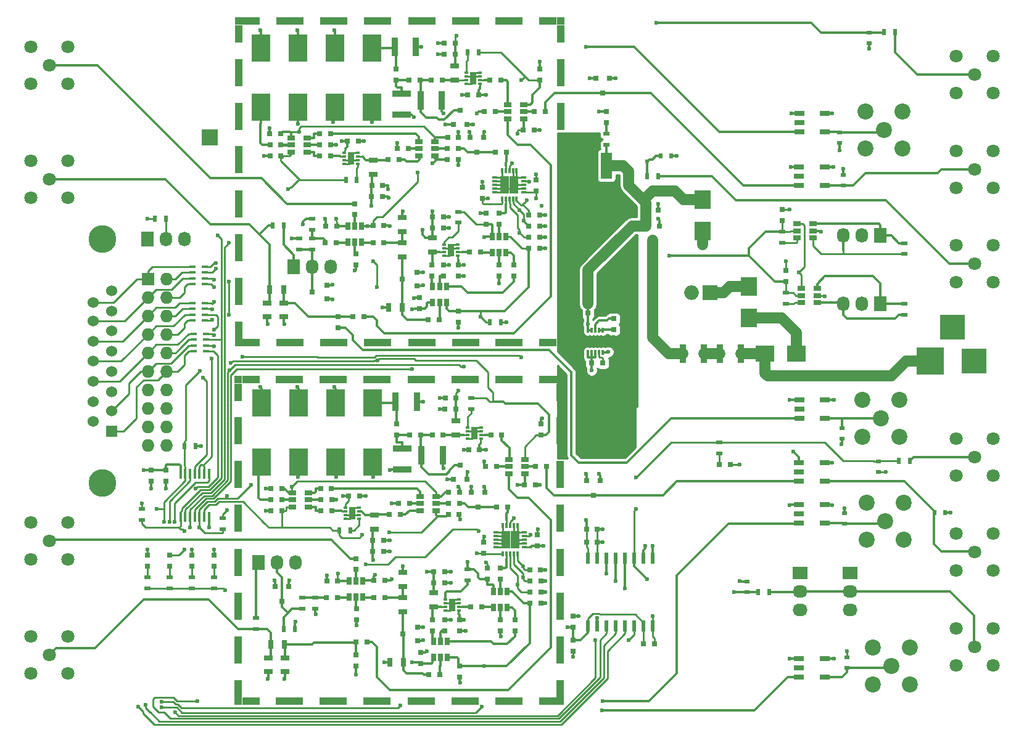
<source format=gtl>
G04 #@! TF.FileFunction,Copper,L1,Top,Signal*
%FSLAX46Y46*%
G04 Gerber Fmt 4.6, Leading zero omitted, Abs format (unit mm)*
G04 Created by KiCad (PCBNEW 4.0.7) date Tue Dec  5 10:08:44 2017*
%MOMM*%
%LPD*%
G01*
G04 APERTURE LIST*
%ADD10C,0.150000*%
%ADD11R,0.300000X0.730000*%
%ADD12R,0.730000X0.300000*%
%ADD13R,1.250000X1.250000*%
%ADD14R,0.300000X0.650000*%
%ADD15R,1.240000X0.775000*%
%ADD16R,0.797560X0.797560*%
%ADD17R,1.400000X0.760000*%
%ADD18R,0.800000X0.750000*%
%ADD19R,0.750000X0.800000*%
%ADD20R,0.650000X1.060000*%
%ADD21R,1.300000X0.700000*%
%ADD22R,0.900000X0.500000*%
%ADD23R,0.800100X0.800100*%
%ADD24R,0.700000X1.300000*%
%ADD25R,0.500000X0.900000*%
%ADD26R,0.900000X2.500000*%
%ADD27R,2.500000X0.900000*%
%ADD28R,2.540000X3.810000*%
%ADD29R,1.060000X0.650000*%
%ADD30R,3.700000X3.700000*%
%ADD31R,3.500120X3.500120*%
%ADD32C,3.810000*%
%ADD33C,1.524000*%
%ADD34R,1.524000X1.524000*%
%ADD35O,1.998980X1.998980*%
%ADD36R,1.998980X1.998980*%
%ADD37R,0.900000X0.400000*%
%ADD38R,0.450000X1.450000*%
%ADD39R,1.000000X1.000000*%
%ADD40R,2.440000X1.000000*%
%ADD41R,3.800000X1.000000*%
%ADD42R,1.000000X2.440000*%
%ADD43R,1.000000X3.800000*%
%ADD44C,1.800000*%
%ADD45R,1.600200X3.599180*%
%ADD46R,0.600000X1.500000*%
%ADD47R,1.727200X2.032000*%
%ADD48O,1.727200X2.032000*%
%ADD49R,2.235200X2.235200*%
%ADD50R,2.301240X2.499360*%
%ADD51R,0.600000X0.700000*%
%ADD52R,0.700000X0.600000*%
%ADD53R,0.500000X0.300000*%
%ADD54R,0.900000X0.880000*%
%ADD55R,2.499360X2.301240*%
%ADD56R,1.727200X1.727200*%
%ADD57O,1.727200X1.727200*%
%ADD58R,2.032000X1.727200*%
%ADD59O,2.032000X1.727200*%
%ADD60C,2.200000*%
%ADD61C,0.600000*%
%ADD62C,0.350000*%
%ADD63C,0.250000*%
%ADD64C,1.500000*%
%ADD65C,0.400000*%
%ADD66C,0.254000*%
G04 APERTURE END LIST*
D10*
D11*
X110115000Y-58998000D03*
X110615000Y-58998000D03*
X111115000Y-58998000D03*
X111615000Y-58998000D03*
X112115000Y-58998000D03*
D12*
X113080000Y-58033000D03*
X113080000Y-57533000D03*
X113080000Y-57033000D03*
X113080000Y-56533000D03*
X113080000Y-56033000D03*
D11*
X112115000Y-55068000D03*
X111615000Y-55068000D03*
X111115000Y-55068000D03*
X110615000Y-55068000D03*
X110115000Y-55068000D03*
D12*
X109150000Y-56033000D03*
X109150000Y-56533000D03*
X109150000Y-57033000D03*
X109150000Y-57533000D03*
X109150000Y-58033000D03*
D13*
X111740000Y-56408000D03*
X110490000Y-56408000D03*
X111740000Y-57658000D03*
X110490000Y-57658000D03*
D14*
X121910660Y-80090332D03*
X122410660Y-80090332D03*
X122910660Y-80090332D03*
X123410660Y-80090332D03*
X123910660Y-80090332D03*
X123910660Y-76990332D03*
X123410660Y-76990332D03*
X122910660Y-76990332D03*
X122410660Y-76990332D03*
X121910660Y-76990332D03*
D15*
X123530660Y-78152832D03*
X122290660Y-78152832D03*
X123530660Y-78927832D03*
X122290660Y-78927832D03*
D16*
X139954000Y-95504000D03*
X141452600Y-95504000D03*
D17*
X150876000Y-97790000D03*
X150876000Y-96520000D03*
X150876000Y-95250000D03*
X154376000Y-95250000D03*
X154376000Y-97790000D03*
X150876000Y-57150000D03*
X150876000Y-55880000D03*
X150876000Y-54610000D03*
X154376000Y-54610000D03*
X154376000Y-57150000D03*
D18*
X113931000Y-113030000D03*
X115431000Y-113030000D03*
X113931000Y-111506000D03*
X115431000Y-111506000D03*
X113919000Y-109982000D03*
X115419000Y-109982000D03*
D19*
X109855000Y-111240000D03*
X109855000Y-109740000D03*
D18*
X113931000Y-114554000D03*
X115431000Y-114554000D03*
D20*
X108905000Y-115146000D03*
X109855000Y-115146000D03*
X110805000Y-115146000D03*
X110805000Y-112946000D03*
X108905000Y-112946000D03*
X109855000Y-112946000D03*
D19*
X109855000Y-118352000D03*
X109855000Y-116852000D03*
X111887000Y-116852000D03*
X111887000Y-118352000D03*
D18*
X105803000Y-115062000D03*
X107303000Y-115062000D03*
D19*
X108077000Y-111240000D03*
X108077000Y-109740000D03*
D21*
X92583000Y-104328000D03*
X92583000Y-102428000D03*
D18*
X92531500Y-111379000D03*
X94031500Y-111379000D03*
D19*
X107569000Y-107672000D03*
X107569000Y-106172000D03*
X114935000Y-106668000D03*
X114935000Y-105168000D03*
D18*
X102743000Y-102362000D03*
X104243000Y-102362000D03*
X102755000Y-100838000D03*
X104255000Y-100838000D03*
X109359000Y-101346000D03*
X110859000Y-101346000D03*
D21*
X100711000Y-113096000D03*
X100711000Y-114996000D03*
D18*
X100723000Y-111760000D03*
X102223000Y-111760000D03*
D19*
X104267000Y-116852000D03*
X104267000Y-118352000D03*
X102235000Y-116852000D03*
X102235000Y-118352000D03*
X90170000Y-116828000D03*
X90170000Y-115328000D03*
D18*
X94031500Y-113728500D03*
X92531500Y-113728500D03*
D20*
X89093000Y-113706000D03*
X90043000Y-113706000D03*
X90993000Y-113706000D03*
X90993000Y-111506000D03*
X89093000Y-111506000D03*
X90043000Y-111506000D03*
D18*
X91555000Y-119888000D03*
X90055000Y-119888000D03*
D21*
X96520000Y-115697000D03*
X96520000Y-113797000D03*
D22*
X82677000Y-115304000D03*
X82677000Y-113804000D03*
X84455000Y-113804000D03*
X84455000Y-115304000D03*
D18*
X85991000Y-113792000D03*
X87491000Y-113792000D03*
X87554500Y-111506000D03*
X86054500Y-111506000D03*
D23*
X98536760Y-119695000D03*
X98536760Y-117795000D03*
X96537780Y-118745000D03*
D19*
X100584000Y-116852000D03*
X100584000Y-118352000D03*
X98933000Y-122809000D03*
X98933000Y-121309000D03*
D20*
X102616000Y-119761000D03*
X101666000Y-119761000D03*
X100716000Y-119761000D03*
X100716000Y-121961000D03*
X102616000Y-121961000D03*
X101666000Y-121961000D03*
D18*
X101588000Y-124333000D03*
X100088000Y-124333000D03*
D21*
X78041500Y-123949500D03*
X78041500Y-122049500D03*
D24*
X80261500Y-120205500D03*
X78361500Y-120205500D03*
D21*
X80327500Y-122049500D03*
X80327500Y-123949500D03*
D25*
X81649000Y-118110000D03*
X80149000Y-118110000D03*
D18*
X86717000Y-98806000D03*
X85217000Y-98806000D03*
X86729000Y-101854000D03*
X85229000Y-101854000D03*
X79883000Y-101854000D03*
X78383000Y-101854000D03*
X97472500Y-91440000D03*
X98972500Y-91440000D03*
D26*
X95514500Y-86868000D03*
X98414500Y-86868000D03*
D27*
X96456500Y-93292000D03*
X96456500Y-96192000D03*
D19*
X95694500Y-89928000D03*
X95694500Y-91428000D03*
D28*
X92392500Y-95123000D03*
X92392500Y-86995000D03*
X87312500Y-95123000D03*
X82232500Y-95123000D03*
X82232500Y-86995000D03*
X87312500Y-86995000D03*
X77152500Y-95123000D03*
X77152500Y-86995000D03*
D18*
X92353000Y-105918000D03*
X93853000Y-105918000D03*
X92341000Y-107442000D03*
X93841000Y-107442000D03*
X94627000Y-102362000D03*
X96127000Y-102362000D03*
D19*
X90043000Y-109894500D03*
X90043000Y-108394500D03*
D18*
X95897000Y-100838000D03*
X97397000Y-100838000D03*
X79883000Y-100330000D03*
X78383000Y-100330000D03*
X79871000Y-98806000D03*
X78371000Y-98806000D03*
D29*
X83523000Y-101280000D03*
X83523000Y-100330000D03*
X83523000Y-99380000D03*
X81323000Y-99380000D03*
X81323000Y-101280000D03*
X81323000Y-100330000D03*
D24*
X96581000Y-122682000D03*
X94681000Y-122682000D03*
D21*
X96520000Y-110302000D03*
X96520000Y-112202000D03*
D19*
X104267000Y-123202000D03*
X104267000Y-124702000D03*
D18*
X89039000Y-99822000D03*
X90539000Y-99822000D03*
X86729000Y-100330000D03*
X85229000Y-100330000D03*
D29*
X98849000Y-99888000D03*
X98849000Y-100838000D03*
X98849000Y-101788000D03*
X101049000Y-101788000D03*
X101049000Y-99888000D03*
X101049000Y-100838000D03*
D26*
X99070500Y-94234000D03*
X101970500Y-94234000D03*
D18*
X103798500Y-87884000D03*
X102298500Y-87884000D03*
X103810500Y-86360000D03*
X102310500Y-86360000D03*
X109335000Y-95758000D03*
X107835000Y-95758000D03*
D21*
X103759000Y-89474000D03*
X103759000Y-91374000D03*
D18*
X110085000Y-91440000D03*
X108585000Y-91440000D03*
D23*
X107757000Y-99329240D03*
X105857000Y-99329240D03*
X106807000Y-101328220D03*
D18*
X100532500Y-91440000D03*
X102032500Y-91440000D03*
X102767000Y-99314000D03*
X104267000Y-99314000D03*
X107037000Y-93472000D03*
X105537000Y-93472000D03*
X100723000Y-110236000D03*
X102223000Y-110236000D03*
D29*
X111041000Y-94808000D03*
X111041000Y-95758000D03*
X111041000Y-96708000D03*
X113241000Y-96708000D03*
X113241000Y-94808000D03*
X113241000Y-95758000D03*
D18*
X114693000Y-95758000D03*
X116193000Y-95758000D03*
D19*
X115443000Y-91428000D03*
X115443000Y-89928000D03*
D18*
X113169000Y-98298000D03*
X114669000Y-98298000D03*
D23*
X123632000Y-97678240D03*
X121732000Y-97678240D03*
X122682000Y-99677220D03*
D19*
X64008000Y-96278000D03*
X64008000Y-97778000D03*
X61976000Y-96278000D03*
X61976000Y-97778000D03*
D18*
X122416000Y-81534000D03*
X120916000Y-81534000D03*
X123964000Y-81534000D03*
X125464000Y-81534000D03*
X125488000Y-76962000D03*
X126988000Y-76962000D03*
X125488000Y-75438000D03*
X126988000Y-75438000D03*
X121932000Y-74676000D03*
X123432000Y-74676000D03*
X130060000Y-60505000D03*
X131560000Y-60505000D03*
X92226000Y-57150000D03*
X93726000Y-57150000D03*
X92214000Y-58674000D03*
X93714000Y-58674000D03*
X88912000Y-51054000D03*
X90412000Y-51054000D03*
X106910000Y-44704000D03*
X105410000Y-44704000D03*
X103683500Y-37592000D03*
X102183500Y-37592000D03*
X103671500Y-39116000D03*
X102171500Y-39116000D03*
X102616000Y-53594000D03*
X104116000Y-53594000D03*
X79756000Y-53086000D03*
X78256000Y-53086000D03*
X94500000Y-53594000D03*
X96000000Y-53594000D03*
X86602000Y-53086000D03*
X85102000Y-53086000D03*
X109232000Y-52578000D03*
X110732000Y-52578000D03*
X102628000Y-52070000D03*
X104128000Y-52070000D03*
X95770000Y-52070000D03*
X97270000Y-52070000D03*
X86602000Y-51562000D03*
X85102000Y-51562000D03*
X100405500Y-42672000D03*
X101905500Y-42672000D03*
X109958000Y-42672000D03*
X108458000Y-42672000D03*
X102640000Y-50546000D03*
X104140000Y-50546000D03*
X79744000Y-50038000D03*
X78244000Y-50038000D03*
X79756000Y-51562000D03*
X78256000Y-51562000D03*
X86590000Y-50038000D03*
X85090000Y-50038000D03*
D19*
X115316000Y-42660000D03*
X115316000Y-41160000D03*
D18*
X109208000Y-46990000D03*
X107708000Y-46990000D03*
X114566000Y-46990000D03*
X116066000Y-46990000D03*
X113042000Y-49530000D03*
X114542000Y-49530000D03*
X100596000Y-61468000D03*
X102096000Y-61468000D03*
D19*
X104140000Y-68084000D03*
X104140000Y-69584000D03*
D18*
X100596000Y-62992000D03*
X102096000Y-62992000D03*
D19*
X98806000Y-74041000D03*
X98806000Y-72541000D03*
X107950000Y-62472000D03*
X107950000Y-60972000D03*
D18*
X92404500Y-62611000D03*
X93904500Y-62611000D03*
D19*
X100457000Y-68084000D03*
X100457000Y-69584000D03*
D18*
X105676000Y-66294000D03*
X107176000Y-66294000D03*
X93904500Y-64960500D03*
X92404500Y-64960500D03*
X101461000Y-75565000D03*
X99961000Y-75565000D03*
D19*
X102108000Y-68084000D03*
X102108000Y-69584000D03*
X109728000Y-69584000D03*
X109728000Y-68084000D03*
X109728000Y-62472000D03*
X109728000Y-60972000D03*
X89916000Y-61126500D03*
X89916000Y-59626500D03*
X90043000Y-68060000D03*
X90043000Y-66560000D03*
X104140000Y-74434000D03*
X104140000Y-75934000D03*
D18*
X113804000Y-65786000D03*
X115304000Y-65786000D03*
D19*
X111760000Y-68084000D03*
X111760000Y-69584000D03*
D18*
X87427500Y-62738000D03*
X85927500Y-62738000D03*
X113792000Y-61214000D03*
X115292000Y-61214000D03*
X113804000Y-62738000D03*
X115304000Y-62738000D03*
X113804000Y-64262000D03*
X115304000Y-64262000D03*
D19*
X107442000Y-58904000D03*
X107442000Y-57404000D03*
X114808000Y-57900000D03*
X114808000Y-56400000D03*
D18*
X85864000Y-65024000D03*
X87364000Y-65024000D03*
X91174000Y-75184000D03*
X89674000Y-75184000D03*
D30*
X168904860Y-81280000D03*
D31*
X174904340Y-81280000D03*
X171904600Y-76581000D03*
D16*
X124460000Y-48501300D03*
X124460000Y-47002700D03*
D26*
X137848000Y-80264000D03*
X134948000Y-80264000D03*
D32*
X55270000Y-98044000D03*
X55270000Y-64516000D03*
D33*
X56540000Y-71628000D03*
X56540000Y-74422000D03*
X56540000Y-77089000D03*
X56540000Y-79883000D03*
X56540000Y-82677000D03*
X56540000Y-85471000D03*
X56540000Y-88138000D03*
D34*
X56540000Y-90932000D03*
D33*
X54000000Y-73202800D03*
X54000000Y-75742800D03*
X54000000Y-78536800D03*
X54000000Y-81280000D03*
X54000000Y-84023200D03*
X54000000Y-86817200D03*
X54000000Y-89560400D03*
D26*
X142928000Y-80264000D03*
X140028000Y-80264000D03*
D21*
X92456000Y-55560000D03*
X92456000Y-53660000D03*
X103632000Y-40706000D03*
X103632000Y-42606000D03*
D26*
X95387500Y-38100000D03*
X98287500Y-38100000D03*
D27*
X96329500Y-44524000D03*
X96329500Y-47424000D03*
D26*
X98943500Y-45466000D03*
X101843500Y-45466000D03*
D21*
X100584000Y-64328000D03*
X100584000Y-66228000D03*
D35*
X136144000Y-71882000D03*
D36*
X138684000Y-71882000D03*
D23*
X131760000Y-62679240D03*
X129860000Y-62679240D03*
X130810000Y-64678220D03*
D25*
X131560000Y-55880000D03*
X130060000Y-55880000D03*
D22*
X124460000Y-51538000D03*
X124460000Y-50038000D03*
X139954000Y-92456000D03*
X139954000Y-93956000D03*
D25*
X166104000Y-94996000D03*
X164604000Y-94996000D03*
X164072000Y-36068000D03*
X162572000Y-36068000D03*
X146800000Y-113030000D03*
X145300000Y-113030000D03*
D22*
X84074000Y-63234000D03*
X84074000Y-61734000D03*
X84074000Y-65901000D03*
X84074000Y-64401000D03*
X82296000Y-64401000D03*
X82296000Y-65901000D03*
D37*
X67650000Y-69100000D03*
X67650000Y-69900000D03*
X67650000Y-68300000D03*
X67650000Y-70700000D03*
X69350000Y-68300000D03*
X69350000Y-69100000D03*
X69350000Y-69900000D03*
X69350000Y-70700000D03*
X67650000Y-74100000D03*
X67650000Y-74900000D03*
X67650000Y-73300000D03*
X67650000Y-75700000D03*
X69350000Y-73300000D03*
X69350000Y-74100000D03*
X69350000Y-74900000D03*
X69350000Y-75700000D03*
X67800000Y-78300000D03*
X67800000Y-79100000D03*
X67800000Y-77500000D03*
X67800000Y-79900000D03*
X69500000Y-77500000D03*
X69500000Y-78300000D03*
X69500000Y-79100000D03*
X69500000Y-79900000D03*
D38*
X65995000Y-102645000D03*
X66645000Y-102645000D03*
X67295000Y-102645000D03*
X67945000Y-102645000D03*
X68595000Y-102645000D03*
X69245000Y-102645000D03*
X69895000Y-102645000D03*
X69895000Y-96745000D03*
X69245000Y-96745000D03*
X68595000Y-96745000D03*
X67945000Y-96745000D03*
X67295000Y-96745000D03*
X66645000Y-96745000D03*
X65995000Y-96745000D03*
D29*
X98722000Y-51120000D03*
X98722000Y-52070000D03*
X98722000Y-53020000D03*
X100922000Y-53020000D03*
X100922000Y-51120000D03*
X100922000Y-52070000D03*
X83396000Y-52512000D03*
X83396000Y-51562000D03*
X83396000Y-50612000D03*
X81196000Y-50612000D03*
X81196000Y-52512000D03*
X81196000Y-51562000D03*
D28*
X92265500Y-46355000D03*
X92265500Y-38227000D03*
X87185500Y-46355000D03*
X82105500Y-46355000D03*
X82105500Y-38227000D03*
X87185500Y-38227000D03*
X77025500Y-46355000D03*
X77025500Y-38227000D03*
D23*
X107630000Y-50561240D03*
X105730000Y-50561240D03*
X106680000Y-52560220D03*
X124902000Y-42433240D03*
X123002000Y-42433240D03*
X123952000Y-44432220D03*
D29*
X110914000Y-46040000D03*
X110914000Y-46990000D03*
X110914000Y-47940000D03*
X113114000Y-47940000D03*
X113114000Y-46040000D03*
X113114000Y-46990000D03*
D20*
X102489000Y-70993000D03*
X101539000Y-70993000D03*
X100589000Y-70993000D03*
X100589000Y-73193000D03*
X102489000Y-73193000D03*
X101539000Y-73193000D03*
X108778000Y-66378000D03*
X109728000Y-66378000D03*
X110678000Y-66378000D03*
X110678000Y-64178000D03*
X108778000Y-64178000D03*
X109728000Y-64178000D03*
X88966000Y-64938000D03*
X89916000Y-64938000D03*
X90866000Y-64938000D03*
X90866000Y-62738000D03*
X88966000Y-62738000D03*
X89916000Y-62738000D03*
D23*
X98409760Y-70927000D03*
X98409760Y-69027000D03*
X96410780Y-69977000D03*
D39*
X73955000Y-34560000D03*
X118135000Y-34560000D03*
X118135000Y-78740000D03*
X73955000Y-78740000D03*
D40*
X75675000Y-34560000D03*
X75675000Y-78740000D03*
D41*
X80995000Y-34560000D03*
X80995000Y-78740000D03*
X86995000Y-34560000D03*
X86995000Y-78740000D03*
X92995000Y-34560000D03*
X92995000Y-78740000D03*
X99095000Y-34560000D03*
X99095000Y-78740000D03*
X105095000Y-34560000D03*
X105095000Y-78740000D03*
X111095000Y-34560000D03*
X111095000Y-78740000D03*
D40*
X116415000Y-34560000D03*
X116415000Y-78740000D03*
D42*
X73955000Y-36280000D03*
X118135000Y-36280000D03*
D43*
X73955000Y-41600000D03*
X118135000Y-41600000D03*
X73955000Y-47600000D03*
X118135000Y-47600000D03*
X73955000Y-53600000D03*
X118135000Y-53600000D03*
X73955000Y-59700000D03*
X118135000Y-59700000D03*
X73955000Y-65700000D03*
X118135000Y-65700000D03*
X73955000Y-71700000D03*
X118135000Y-71700000D03*
D42*
X73955000Y-77020000D03*
X118135000Y-77020000D03*
D39*
X73920000Y-83820000D03*
X118100000Y-83820000D03*
X118100000Y-128000000D03*
X73920000Y-128000000D03*
D40*
X75640000Y-83820000D03*
X75640000Y-128000000D03*
D41*
X80960000Y-83820000D03*
X80960000Y-128000000D03*
X86960000Y-83820000D03*
X86960000Y-128000000D03*
X92960000Y-83820000D03*
X92960000Y-128000000D03*
X99060000Y-83820000D03*
X99060000Y-128000000D03*
X105060000Y-83820000D03*
X105060000Y-128000000D03*
X111060000Y-83820000D03*
X111060000Y-128000000D03*
D40*
X116380000Y-83820000D03*
X116380000Y-128000000D03*
D42*
X73920000Y-85540000D03*
X118100000Y-85540000D03*
D43*
X73920000Y-90860000D03*
X118100000Y-90860000D03*
X73920000Y-96860000D03*
X118100000Y-96860000D03*
X73920000Y-102860000D03*
X118100000Y-102860000D03*
X73920000Y-108960000D03*
X118100000Y-108960000D03*
X73920000Y-114960000D03*
X118100000Y-114960000D03*
X73920000Y-120960000D03*
X118100000Y-120960000D03*
D42*
X73920000Y-126280000D03*
X118100000Y-126280000D03*
D44*
X48000000Y-106000000D03*
X45460000Y-108540000D03*
X45460000Y-103460000D03*
X50540000Y-103460000D03*
X50540000Y-108540000D03*
X48000000Y-121650000D03*
X45460000Y-124190000D03*
X45460000Y-119110000D03*
X50540000Y-119110000D03*
X50540000Y-124190000D03*
X175000000Y-67900000D03*
X177540000Y-65360000D03*
X177540000Y-70440000D03*
X172460000Y-70440000D03*
X172460000Y-65360000D03*
X175000000Y-94500000D03*
X177540000Y-91960000D03*
X177540000Y-97040000D03*
X172460000Y-97040000D03*
X172460000Y-91960000D03*
X175000000Y-41900000D03*
X177540000Y-39360000D03*
X177540000Y-44440000D03*
X172460000Y-44440000D03*
X172460000Y-39360000D03*
X175000000Y-120500000D03*
X177540000Y-117960000D03*
X177540000Y-123040000D03*
X172460000Y-123040000D03*
X172460000Y-117960000D03*
X175000000Y-54900000D03*
X177540000Y-52360000D03*
X177540000Y-57440000D03*
X172460000Y-57440000D03*
X172460000Y-52360000D03*
X175000000Y-107500000D03*
X177540000Y-104960000D03*
X177540000Y-110040000D03*
X172460000Y-110040000D03*
X172460000Y-104960000D03*
D19*
X95567500Y-41160000D03*
X95567500Y-42660000D03*
D18*
X97345500Y-42672000D03*
X98845500Y-42672000D03*
D21*
X96393000Y-66929000D03*
X96393000Y-65029000D03*
X96393000Y-61534000D03*
X96393000Y-63434000D03*
D24*
X96454000Y-73914000D03*
X94554000Y-73914000D03*
X80134500Y-71437500D03*
X78234500Y-71437500D03*
D21*
X77914500Y-75181500D03*
X77914500Y-73281500D03*
X80200500Y-73281500D03*
X80200500Y-75181500D03*
D45*
X124460000Y-54399180D03*
X124460000Y-59900820D03*
D44*
X48000000Y-56250000D03*
X45460000Y-58790000D03*
X45460000Y-53710000D03*
X50540000Y-53710000D03*
X50540000Y-58790000D03*
X48000000Y-40600000D03*
X45460000Y-43140000D03*
X45460000Y-38060000D03*
X50540000Y-38060000D03*
X50540000Y-43140000D03*
D19*
X119888000Y-117844000D03*
X119888000Y-116344000D03*
X119888000Y-119646000D03*
X119888000Y-121146000D03*
D18*
X121690000Y-106172000D03*
X123190000Y-106172000D03*
X121690000Y-104394000D03*
X123190000Y-104394000D03*
X129552000Y-120142000D03*
X131052000Y-120142000D03*
D46*
X121920000Y-117680000D03*
X123190000Y-117680000D03*
X124460000Y-117680000D03*
X125730000Y-117680000D03*
X127000000Y-117680000D03*
X128270000Y-117680000D03*
X129540000Y-117680000D03*
X130810000Y-117680000D03*
X130810000Y-108380000D03*
X129540000Y-108380000D03*
X128270000Y-108380000D03*
X127000000Y-108380000D03*
X125730000Y-108380000D03*
X124460000Y-108380000D03*
X123190000Y-108380000D03*
X121920000Y-108380000D03*
D19*
X87630000Y-76696000D03*
X87630000Y-75196000D03*
X90043000Y-123178000D03*
X90043000Y-121678000D03*
D16*
X64516000Y-107962700D03*
X64516000Y-109461300D03*
X67564000Y-107962700D03*
X67564000Y-109461300D03*
X70612000Y-107962700D03*
X70612000Y-109461300D03*
X61468000Y-107962700D03*
X61468000Y-109461300D03*
D47*
X61468000Y-64516000D03*
D48*
X64008000Y-64516000D03*
X66548000Y-64516000D03*
D49*
X70000000Y-50500000D03*
D22*
X60706000Y-103112000D03*
X60706000Y-101612000D03*
D25*
X108470000Y-75946000D03*
X109970000Y-75946000D03*
D22*
X71755000Y-104382000D03*
X71755000Y-102882000D03*
D25*
X66548000Y-92964000D03*
X68048000Y-92964000D03*
X63996000Y-61722000D03*
X62496000Y-61722000D03*
X88670000Y-56388000D03*
X90170000Y-56388000D03*
X106922000Y-38862000D03*
X105422000Y-38862000D03*
D22*
X104140000Y-60730000D03*
X104140000Y-62230000D03*
X64516000Y-112510000D03*
X64516000Y-111010000D03*
X67564000Y-112510000D03*
X67564000Y-111010000D03*
D25*
X87769000Y-104521000D03*
X89269000Y-104521000D03*
D22*
X105918000Y-86372000D03*
X105918000Y-87872000D03*
X105410000Y-109867000D03*
X105410000Y-111367000D03*
X70612000Y-112510000D03*
X70612000Y-111010000D03*
X61468000Y-112510000D03*
X61468000Y-111010000D03*
D17*
X150932000Y-89154000D03*
X150932000Y-87884000D03*
X150932000Y-86614000D03*
X154432000Y-86614000D03*
X154432000Y-89154000D03*
X150876000Y-124714000D03*
X150876000Y-123444000D03*
X150876000Y-122174000D03*
X154376000Y-122174000D03*
X154376000Y-124714000D03*
D50*
X137668000Y-59065160D03*
X137668000Y-63362840D03*
D51*
X133288000Y-53086000D03*
X131888000Y-53086000D03*
D52*
X161798000Y-96458000D03*
X161798000Y-95058000D03*
X160528000Y-37530000D03*
X160528000Y-36130000D03*
X143764000Y-111568000D03*
X143764000Y-112968000D03*
X156972000Y-55688000D03*
X156972000Y-57088000D03*
X156756000Y-91882000D03*
X156756000Y-90482000D03*
D51*
X170880000Y-102108000D03*
X169480000Y-102108000D03*
D52*
X157480000Y-121982000D03*
X157480000Y-123382000D03*
D23*
X103444000Y-48768000D03*
X105344000Y-48768000D03*
X104394000Y-46769020D03*
X103444000Y-97520760D03*
X105344000Y-97520760D03*
X104394000Y-95521780D03*
D53*
X104201000Y-115558000D03*
X104201000Y-115058000D03*
X104201000Y-114558000D03*
X104201000Y-114058000D03*
X102301000Y-114058000D03*
X102301000Y-114558000D03*
X102301000Y-115058000D03*
X102301000Y-115558000D03*
D54*
X103251000Y-114368000D03*
X103251000Y-115248000D03*
D53*
X107249000Y-91936000D03*
X107249000Y-91436000D03*
X107249000Y-90936000D03*
X107249000Y-90436000D03*
X105349000Y-90436000D03*
X105349000Y-90936000D03*
X105349000Y-91436000D03*
X105349000Y-91936000D03*
D54*
X106299000Y-90746000D03*
X106299000Y-91626000D03*
D53*
X88585000Y-101426000D03*
X88585000Y-101926000D03*
X88585000Y-102426000D03*
X88585000Y-102926000D03*
X90485000Y-102926000D03*
X90485000Y-102426000D03*
X90485000Y-101926000D03*
X90485000Y-101426000D03*
D54*
X89535000Y-102616000D03*
X89535000Y-101736000D03*
D53*
X104074000Y-66790000D03*
X104074000Y-66290000D03*
X104074000Y-65790000D03*
X104074000Y-65290000D03*
X102174000Y-65290000D03*
X102174000Y-65790000D03*
X102174000Y-66290000D03*
X102174000Y-66790000D03*
D54*
X103124000Y-65600000D03*
X103124000Y-66480000D03*
D53*
X88458000Y-52658000D03*
X88458000Y-53158000D03*
X88458000Y-53658000D03*
X88458000Y-54158000D03*
X90358000Y-54158000D03*
X90358000Y-53658000D03*
X90358000Y-53158000D03*
X90358000Y-52658000D03*
D54*
X89408000Y-53848000D03*
X89408000Y-52968000D03*
D53*
X107122000Y-43168000D03*
X107122000Y-42668000D03*
X107122000Y-42168000D03*
X107122000Y-41668000D03*
X105222000Y-41668000D03*
X105222000Y-42168000D03*
X105222000Y-42668000D03*
X105222000Y-43168000D03*
D54*
X106172000Y-41978000D03*
X106172000Y-42858000D03*
D50*
X144018000Y-75300840D03*
X144018000Y-71003160D03*
D55*
X146187160Y-80264000D03*
X150484840Y-80264000D03*
D52*
X156464000Y-51246000D03*
X156464000Y-49846000D03*
X157099000Y-102170000D03*
X157099000Y-103570000D03*
D47*
X81534000Y-68326000D03*
D48*
X84074000Y-68326000D03*
X86614000Y-68326000D03*
D47*
X76708000Y-108966000D03*
D48*
X79248000Y-108966000D03*
X81788000Y-108966000D03*
D56*
X61500000Y-70000000D03*
D57*
X64040000Y-70000000D03*
X61500000Y-72540000D03*
X64040000Y-72540000D03*
X61500000Y-75080000D03*
X64040000Y-75080000D03*
X61500000Y-77620000D03*
X64040000Y-77620000D03*
X61500000Y-80160000D03*
X64040000Y-80160000D03*
X61500000Y-82700000D03*
X64040000Y-82700000D03*
X61500000Y-85240000D03*
X64040000Y-85240000D03*
X61500000Y-87780000D03*
X64040000Y-87780000D03*
X61500000Y-90320000D03*
X64040000Y-90320000D03*
X61500000Y-92860000D03*
X64040000Y-92860000D03*
D25*
X78625000Y-62611000D03*
X80125000Y-62611000D03*
D22*
X76327000Y-118098000D03*
X76327000Y-116598000D03*
D17*
X150932000Y-49784000D03*
X150932000Y-48514000D03*
X150932000Y-47244000D03*
X154432000Y-47244000D03*
X154432000Y-49784000D03*
X150876000Y-103505000D03*
X150876000Y-102235000D03*
X150876000Y-100965000D03*
X154376000Y-100965000D03*
X154376000Y-103505000D03*
D23*
X86090760Y-72705000D03*
X86090760Y-70805000D03*
X84091780Y-71755000D03*
X80833000Y-112283240D03*
X78933000Y-112283240D03*
X79883000Y-114282220D03*
D19*
X148590000Y-61964000D03*
X148590000Y-60464000D03*
X149098000Y-70346000D03*
X149098000Y-68846000D03*
D22*
X165354000Y-66548000D03*
X165354000Y-65048000D03*
X148590000Y-65012000D03*
X148590000Y-63512000D03*
X165354000Y-74918000D03*
X165354000Y-73418000D03*
X149098000Y-73394000D03*
X149098000Y-71894000D03*
D29*
X150610000Y-62416000D03*
X150610000Y-63366000D03*
X150610000Y-64316000D03*
X152810000Y-64316000D03*
X152810000Y-62416000D03*
X152810000Y-63366000D03*
X151202000Y-71306000D03*
X151202000Y-72256000D03*
X151202000Y-73206000D03*
X153402000Y-73206000D03*
X153402000Y-71306000D03*
X153402000Y-72256000D03*
D47*
X162052000Y-64008000D03*
D48*
X159512000Y-64008000D03*
X156972000Y-64008000D03*
D47*
X162052000Y-73406000D03*
D48*
X159512000Y-73406000D03*
X156972000Y-73406000D03*
D58*
X151003000Y-110363000D03*
D59*
X151003000Y-112903000D03*
X151003000Y-115443000D03*
D58*
X157861000Y-110363000D03*
D59*
X157861000Y-112903000D03*
X157861000Y-115443000D03*
D60*
X162560000Y-49530000D03*
X160020000Y-46990000D03*
X165100000Y-46990000D03*
X165100000Y-52070000D03*
X160020000Y-52070000D03*
X163576000Y-123190000D03*
X161036000Y-120650000D03*
X166116000Y-120650000D03*
X166116000Y-125730000D03*
X161036000Y-125730000D03*
X162090000Y-89150000D03*
X159550000Y-86610000D03*
X164630000Y-86610000D03*
X164630000Y-91690000D03*
X159550000Y-91690000D03*
X162687000Y-103251000D03*
X160147000Y-100711000D03*
X165227000Y-100711000D03*
X165227000Y-105791000D03*
X160147000Y-105791000D03*
D11*
X110242000Y-107766000D03*
X110742000Y-107766000D03*
X111242000Y-107766000D03*
X111742000Y-107766000D03*
X112242000Y-107766000D03*
D12*
X113207000Y-106801000D03*
X113207000Y-106301000D03*
X113207000Y-105801000D03*
X113207000Y-105301000D03*
X113207000Y-104801000D03*
D11*
X112242000Y-103836000D03*
X111742000Y-103836000D03*
X111242000Y-103836000D03*
X110742000Y-103836000D03*
X110242000Y-103836000D03*
D12*
X109277000Y-104801000D03*
X109277000Y-105301000D03*
X109277000Y-105801000D03*
X109277000Y-106301000D03*
X109277000Y-106801000D03*
D13*
X111867000Y-105176000D03*
X110617000Y-105176000D03*
X111867000Y-106426000D03*
X110617000Y-106426000D03*
D61*
X99187000Y-63246000D03*
X114046000Y-105156000D03*
X60960000Y-96266000D03*
X106680000Y-107696000D03*
X114808000Y-58928000D03*
X122428000Y-82550000D03*
X103886000Y-36576000D03*
X88265000Y-99822000D03*
X104902000Y-68072000D03*
X104140000Y-85344000D03*
X92202000Y-59944000D03*
X119126000Y-117856000D03*
X92460724Y-108642590D03*
X88138000Y-51054000D03*
X107950000Y-93472000D03*
X100584000Y-60706000D03*
X108204000Y-58928000D03*
X113816576Y-56624932D03*
X111506000Y-54102000D03*
X107950000Y-44704000D03*
X104902000Y-116840000D03*
X99822000Y-110236000D03*
X115824000Y-106680000D03*
X111760000Y-102870000D03*
X137668000Y-65278000D03*
X149606000Y-101092000D03*
X149606000Y-86614000D03*
X150114000Y-93726000D03*
X123444000Y-96774000D03*
X121666000Y-96774000D03*
X68834000Y-92964000D03*
X149860000Y-47244000D03*
X149606000Y-122174000D03*
X149733000Y-54610000D03*
X72390000Y-101727000D03*
X82804000Y-62484000D03*
X81280000Y-64389000D03*
X86868000Y-72771000D03*
X86868000Y-70739000D03*
X125730000Y-42418000D03*
X122174000Y-42418000D03*
X106172000Y-48768000D03*
X102362000Y-48768000D03*
X105410000Y-96520000D03*
X102616000Y-97536000D03*
X72136000Y-112776000D03*
X60706000Y-100838000D03*
X110744000Y-75946000D03*
X94488000Y-57621821D03*
X94540492Y-58776632D03*
X86106000Y-110744000D03*
X61468000Y-61722000D03*
X80899000Y-111379000D03*
X78867000Y-111379000D03*
X64008000Y-98806000D03*
X61976000Y-98806000D03*
X121920000Y-83820000D03*
X127000000Y-88900000D03*
X124460000Y-88900000D03*
X124460000Y-91440000D03*
X127000000Y-91440000D03*
X127000000Y-93980000D03*
X124460000Y-93980000D03*
X121920000Y-93980000D03*
X121920000Y-91440000D03*
X121920000Y-88900000D03*
X121920000Y-86360000D03*
X124460000Y-86360000D03*
X124460000Y-83820000D03*
X126746000Y-78994000D03*
X126746000Y-77978000D03*
X121158000Y-76962000D03*
X121158000Y-78740000D03*
X121158000Y-77978000D03*
X125476000Y-78994000D03*
X125476000Y-77978000D03*
X121412000Y-65532000D03*
X121412000Y-62230000D03*
X125984000Y-69850000D03*
X125984000Y-72136000D03*
X82138642Y-48616776D03*
X86912985Y-48444590D03*
X92301709Y-48444590D03*
X115062000Y-104394000D03*
X119888000Y-121920000D03*
X126238000Y-81534000D03*
X120904000Y-82550000D03*
X123444000Y-46990000D03*
X127762000Y-76962000D03*
X127762000Y-75438000D03*
X123444000Y-73660000D03*
X131572000Y-61722000D03*
X131572000Y-59690000D03*
X124460000Y-62230000D03*
X123190000Y-116586000D03*
X130810000Y-116332000D03*
X82086985Y-97212590D03*
X92451276Y-97212590D03*
X87371276Y-97212590D03*
X102870000Y-68072000D03*
X107950000Y-108966000D03*
X118135000Y-53600000D03*
X118135000Y-59700000D03*
X96520000Y-60706000D03*
X120650000Y-116332000D03*
X69895000Y-104095000D03*
X104398724Y-103054590D03*
X107700724Y-95065410D03*
X90170000Y-117602000D03*
X99314000Y-86868000D03*
X115639410Y-89145548D03*
X99060000Y-38100000D03*
X104140000Y-76708000D03*
X93980000Y-122682000D03*
X104394000Y-125476000D03*
X105156000Y-118364000D03*
X91440000Y-99822000D03*
X94742000Y-96266000D03*
X102108000Y-96012000D03*
X115316000Y-98298000D03*
X81788000Y-117094000D03*
X77978000Y-124968000D03*
X80264000Y-124968000D03*
X84582000Y-116078000D03*
X94996000Y-111252000D03*
X96520000Y-109474000D03*
X99822000Y-121158000D03*
X99314000Y-119634000D03*
X99314000Y-117856000D03*
X103124000Y-116840000D03*
X103251000Y-115248000D03*
X103124000Y-111760000D03*
X103124000Y-110236000D03*
X109982000Y-119126000D03*
X116078000Y-114554000D03*
X116078000Y-113030000D03*
X116078000Y-111506000D03*
X116078000Y-109982000D03*
X107696000Y-105410000D03*
X107696000Y-98552000D03*
X105918000Y-98552000D03*
X104140000Y-98552000D03*
X94742000Y-107442000D03*
X94742000Y-105918000D03*
X94996000Y-100838000D03*
X87376000Y-100330000D03*
X106299000Y-91626000D03*
X106299000Y-90746000D03*
X103251000Y-114368000D03*
X110617000Y-106426000D03*
X111867000Y-106426000D03*
X111867000Y-105176000D03*
X110617000Y-105176000D03*
X89535000Y-102616000D03*
X89535000Y-101736000D03*
X104902000Y-93472000D03*
X101600000Y-86360000D03*
X101600000Y-87884000D03*
X92960000Y-83820000D03*
X73920000Y-108960000D03*
X73920000Y-114960000D03*
X73920000Y-120960000D03*
X73920000Y-126280000D03*
X73920000Y-128000000D03*
X75640000Y-128000000D03*
X80960000Y-128000000D03*
X86960000Y-128000000D03*
X92960000Y-128000000D03*
X99060000Y-128000000D03*
X105060000Y-128000000D03*
X111060000Y-128000000D03*
X116380000Y-128000000D03*
X118100000Y-128000000D03*
X118100000Y-126280000D03*
X118100000Y-120960000D03*
X118100000Y-114960000D03*
X118100000Y-108960000D03*
X118100000Y-102860000D03*
X118100000Y-96860000D03*
X118100000Y-90860000D03*
X123530660Y-78152832D03*
X123530660Y-78927832D03*
X122290660Y-78927832D03*
X122290660Y-78152832D03*
X118100000Y-85540000D03*
X118100000Y-83820000D03*
X116380000Y-83820000D03*
X111060000Y-83820000D03*
X105060000Y-83820000D03*
X99060000Y-83820000D03*
X73920000Y-102860000D03*
X73920000Y-96860000D03*
X73920000Y-90860000D03*
X73920000Y-85540000D03*
X73920000Y-83820000D03*
X75640000Y-83820000D03*
X80960000Y-83820000D03*
X86960000Y-83820000D03*
X87122000Y-84836000D03*
X76962000Y-84836000D03*
X82042000Y-84836000D03*
X77724000Y-101854000D03*
X77724000Y-98806000D03*
X118135000Y-47600000D03*
X118135000Y-41600000D03*
X118135000Y-36280000D03*
X118135000Y-34560000D03*
X116415000Y-34560000D03*
X111095000Y-34560000D03*
X105095000Y-34560000D03*
X99095000Y-34560000D03*
X92995000Y-34560000D03*
X86995000Y-34560000D03*
X80995000Y-34560000D03*
X75675000Y-34560000D03*
X73955000Y-34560000D03*
X73955000Y-36280000D03*
X73955000Y-41600000D03*
X73955000Y-47600000D03*
X73955000Y-53600000D03*
X73955000Y-59700000D03*
X73955000Y-65700000D03*
X73955000Y-71700000D03*
X73955000Y-77020000D03*
X73955000Y-78740000D03*
X75675000Y-78740000D03*
X80995000Y-78740000D03*
X86995000Y-78740000D03*
X92995000Y-78740000D03*
X99095000Y-78740000D03*
X105095000Y-78740000D03*
X111095000Y-78740000D03*
X116415000Y-78740000D03*
X118135000Y-78740000D03*
X118135000Y-77020000D03*
X118135000Y-71700000D03*
X118135000Y-65700000D03*
X116078000Y-61214000D03*
X116078000Y-62738000D03*
X116078000Y-64262000D03*
X116078000Y-65786000D03*
X107188000Y-60960000D03*
X89916000Y-68834000D03*
X103124000Y-66480000D03*
X103124000Y-65600000D03*
X114808000Y-55626000D03*
X107442000Y-56642000D03*
X106680000Y-47244000D03*
X106172000Y-42858000D03*
X106172000Y-41978000D03*
X102108000Y-47244000D03*
X98044000Y-47752000D03*
X110490000Y-57658000D03*
X111740000Y-57658000D03*
X111740000Y-56408000D03*
X110490000Y-56408000D03*
X89408000Y-53848000D03*
X89408000Y-52968000D03*
X77978000Y-76200000D03*
X80264000Y-76200000D03*
X85852000Y-61722000D03*
X94742000Y-62738000D03*
X99314000Y-69088000D03*
X99314000Y-70866000D03*
X98044000Y-72644000D03*
X93726000Y-73914000D03*
X102870000Y-62992000D03*
X102870000Y-61468000D03*
X104902000Y-69596000D03*
X109728000Y-70612000D03*
X104140000Y-54356000D03*
X107696000Y-49784000D03*
X105664000Y-49784000D03*
X104140000Y-49784000D03*
X104140000Y-49784000D03*
X91186000Y-51054000D03*
X76962000Y-35814000D03*
X82042000Y-35814000D03*
X87122000Y-35814000D03*
X115316000Y-40132000D03*
X115316000Y-49530000D03*
X104648000Y-44704000D03*
X101346000Y-39116000D03*
X101346000Y-37592000D03*
X95758000Y-51308000D03*
X87376000Y-51562000D03*
X77470000Y-53086000D03*
X78232000Y-49276000D03*
X121910660Y-76200000D03*
X124714000Y-80010000D03*
X100584000Y-54102000D03*
X72644000Y-65024000D03*
X80772000Y-57658000D03*
X66548000Y-104648000D03*
X66548000Y-107188000D03*
X71120000Y-64008000D03*
X82296000Y-49784000D03*
X98552000Y-55372000D03*
X112776000Y-42672000D03*
X92710000Y-110617000D03*
X69088000Y-83566000D03*
X70612000Y-79248000D03*
X72898000Y-81534000D03*
X93004772Y-81210590D03*
X91694000Y-62738000D03*
X92456000Y-67564000D03*
X92964000Y-71120000D03*
X70288590Y-80956590D03*
X74462664Y-80656591D03*
X106934000Y-104648000D03*
X91440000Y-109220000D03*
X87630000Y-110490000D03*
X112776000Y-80772000D03*
X87376000Y-61722000D03*
X112268000Y-50038000D03*
X112268000Y-98298000D03*
X97794724Y-82365410D03*
X107696000Y-64262000D03*
X97790000Y-74168000D03*
X70612000Y-77724000D03*
X67310000Y-104140000D03*
X67564000Y-107188000D03*
X72713401Y-82550000D03*
X107188000Y-75184000D03*
X104902000Y-82042000D03*
X113538000Y-59182000D03*
X70612000Y-71120000D03*
X115570000Y-59944000D03*
X70866000Y-67818000D03*
X112522000Y-60520000D03*
X113099402Y-61934054D03*
X113002709Y-110970709D03*
X70866000Y-68580000D03*
X112268000Y-112014000D03*
X112522000Y-63630000D03*
X90932000Y-105156000D03*
X94615000Y-104775000D03*
X68580000Y-104140000D03*
X70612000Y-107188000D03*
X70362724Y-75622590D03*
X72390000Y-99822000D03*
X81280000Y-98552000D03*
X75692000Y-98298000D03*
X63373000Y-128085410D03*
X64456196Y-103377593D03*
X105410000Y-108839000D03*
X96138704Y-128622947D03*
X97790000Y-122682000D03*
X62738000Y-101600000D03*
X61468000Y-107188000D03*
X63373000Y-128837823D03*
X63703848Y-103367826D03*
X68649410Y-82594985D03*
X70612000Y-76962000D03*
X107307998Y-128789077D03*
X107696000Y-123202000D03*
X72644000Y-70358000D03*
X72644000Y-74930000D03*
X70612000Y-70104000D03*
X113030000Y-109474000D03*
X61214000Y-128524000D03*
X70358000Y-74168000D03*
X70612000Y-73152000D03*
X60198000Y-128778000D03*
X65208590Y-103382724D03*
X127508000Y-119634000D03*
X122936000Y-119634000D03*
X65278000Y-129540000D03*
X68326000Y-128016000D03*
X68072000Y-98806000D03*
X160528000Y-38354000D03*
X171704000Y-102108000D03*
X142748000Y-111506000D03*
X149606000Y-60452000D03*
X149098000Y-67564000D03*
X154432000Y-72390000D03*
X162814000Y-96520000D03*
X142748000Y-95504000D03*
X157480000Y-121158000D03*
X156972000Y-54864000D03*
X156718000Y-92710000D03*
X134112000Y-53086000D03*
X157099000Y-101473000D03*
X155448000Y-101092000D03*
X155448000Y-95250000D03*
X155702000Y-86614000D03*
X153924000Y-63500000D03*
X155702000Y-122174000D03*
X155448000Y-47244000D03*
X156464000Y-52324000D03*
X155575000Y-54610000D03*
X123952000Y-106172000D03*
X123952000Y-104394000D03*
X130810000Y-106680000D03*
X129794000Y-106680000D03*
X130048000Y-53848000D03*
X124460000Y-110490000D03*
X150876000Y-69088000D03*
X128524000Y-101600000D03*
X128524000Y-97282000D03*
X130048000Y-111252000D03*
X131318000Y-34798000D03*
X125730000Y-111506000D03*
X127000000Y-112522000D03*
X141986000Y-113030000D03*
X123825000Y-129286000D03*
X90043000Y-124333000D03*
X121666000Y-38100000D03*
X123952000Y-128016000D03*
X121666000Y-103124000D03*
X133096000Y-66802000D03*
D62*
X99187000Y-63881000D02*
X99187000Y-63246000D01*
X99568000Y-64262000D02*
X99187000Y-63881000D01*
X99568000Y-64312000D02*
X99568000Y-64262000D01*
X100584000Y-64328000D02*
X99584000Y-64328000D01*
X99584000Y-64328000D02*
X99568000Y-64312000D01*
D63*
X113207000Y-105301000D02*
X113901000Y-105301000D01*
X113901000Y-105301000D02*
X114046000Y-105156000D01*
D62*
X88265000Y-99822000D02*
X89039000Y-99822000D01*
X61976000Y-96278000D02*
X60972000Y-96278000D01*
X60972000Y-96278000D02*
X60960000Y-96266000D01*
X64008000Y-96278000D02*
X61976000Y-96278000D01*
X64008000Y-96278000D02*
X64008000Y-95528000D01*
X64008000Y-95528000D02*
X64032000Y-95504000D01*
X64032000Y-95504000D02*
X65829000Y-95504000D01*
X65829000Y-95504000D02*
X65995000Y-95670000D01*
X65995000Y-95670000D02*
X65995000Y-96745000D01*
D63*
X107569000Y-107672000D02*
X106704000Y-107672000D01*
X106704000Y-107672000D02*
X106680000Y-107696000D01*
X114808000Y-57900000D02*
X114808000Y-58928000D01*
D62*
X122416000Y-81534000D02*
X122416000Y-82538000D01*
X122416000Y-82538000D02*
X122428000Y-82550000D01*
X122910660Y-80090332D02*
X122910660Y-80765332D01*
X122910660Y-80765332D02*
X122903992Y-80772000D01*
X122903992Y-80772000D02*
X122410660Y-80772000D01*
X122410660Y-80090332D02*
X122410660Y-80772000D01*
X122410660Y-80772000D02*
X122410660Y-81528660D01*
X121917328Y-80772000D02*
X122410660Y-80772000D01*
X121910660Y-80090332D02*
X121910660Y-80765332D01*
X121910660Y-80765332D02*
X121917328Y-80772000D01*
X122410660Y-81528660D02*
X122416000Y-81534000D01*
D63*
X121920000Y-116680000D02*
X121920000Y-117680000D01*
X122591402Y-116008598D02*
X121920000Y-116680000D01*
X123467154Y-116008598D02*
X122591402Y-116008598D01*
X123536556Y-116078000D02*
X123467154Y-116008598D01*
X128388000Y-116078000D02*
X123536556Y-116078000D01*
X129540000Y-117230000D02*
X128388000Y-116078000D01*
X129540000Y-117680000D02*
X129540000Y-117230000D01*
X129540000Y-117680000D02*
X129540000Y-120130000D01*
X129540000Y-120130000D02*
X129552000Y-120142000D01*
X103683500Y-37592000D02*
X103683500Y-36778500D01*
X103683500Y-36778500D02*
X103886000Y-36576000D01*
X104140000Y-68084000D02*
X104890000Y-68084000D01*
X104890000Y-68084000D02*
X104902000Y-68072000D01*
X103810500Y-86360000D02*
X103810500Y-85673500D01*
X103810500Y-85673500D02*
X104140000Y-85344000D01*
D62*
X92214000Y-58674000D02*
X92214000Y-59932000D01*
X92214000Y-59932000D02*
X92202000Y-59944000D01*
X119888000Y-117844000D02*
X119138000Y-117844000D01*
X119138000Y-117844000D02*
X119126000Y-117856000D01*
X119888000Y-119646000D02*
X119888000Y-117844000D01*
X121920000Y-117680000D02*
X121920000Y-118618000D01*
X121920000Y-118618000D02*
X120892000Y-119646000D01*
X120892000Y-119646000D02*
X119888000Y-119646000D01*
X66040000Y-96700000D02*
X65995000Y-96745000D01*
X92341000Y-107442000D02*
X92341000Y-108522866D01*
X92341000Y-108522866D02*
X92460724Y-108642590D01*
X88912000Y-51054000D02*
X88138000Y-51054000D01*
X107037000Y-93472000D02*
X107950000Y-93472000D01*
X100596000Y-61468000D02*
X100596000Y-60718000D01*
X100596000Y-60718000D02*
X100584000Y-60706000D01*
D63*
X107442000Y-58904000D02*
X108180000Y-58904000D01*
X108180000Y-58904000D02*
X108204000Y-58928000D01*
X113080000Y-56533000D02*
X113724644Y-56533000D01*
X113724644Y-56533000D02*
X113816576Y-56624932D01*
X111115000Y-55068000D02*
X111115000Y-54493000D01*
X111115000Y-54493000D02*
X111506000Y-54102000D01*
D62*
X106910000Y-44704000D02*
X107950000Y-44704000D01*
X104267000Y-116852000D02*
X104890000Y-116852000D01*
X104890000Y-116852000D02*
X104902000Y-116840000D01*
D63*
X104140000Y-115975000D02*
X104151000Y-115964000D01*
X104151000Y-115964000D02*
X104151000Y-115558000D01*
D62*
X104267000Y-116852000D02*
X104267000Y-116102000D01*
X104267000Y-116102000D02*
X104140000Y-115975000D01*
X100723000Y-110236000D02*
X99822000Y-110236000D01*
X100723000Y-111760000D02*
X100723000Y-110236000D01*
X100711000Y-113096000D02*
X100711000Y-111772000D01*
X100711000Y-111772000D02*
X100723000Y-111760000D01*
D63*
X110242000Y-107766000D02*
X107663000Y-107766000D01*
X107663000Y-107766000D02*
X107569000Y-107672000D01*
D62*
X114935000Y-106668000D02*
X115812000Y-106668000D01*
X115812000Y-106668000D02*
X115824000Y-106680000D01*
X114935000Y-106668000D02*
X114210000Y-106668000D01*
X114210000Y-106668000D02*
X114077000Y-106801000D01*
X114077000Y-106801000D02*
X113925000Y-106801000D01*
D63*
X113207000Y-106801000D02*
X113925000Y-106801000D01*
X111242000Y-103836000D02*
X111242000Y-103388000D01*
X111242000Y-103388000D02*
X111760000Y-102870000D01*
D62*
X92353000Y-105918000D02*
X92353000Y-107430000D01*
X92353000Y-107430000D02*
X92341000Y-107442000D01*
X92353000Y-105918000D02*
X92353000Y-104558000D01*
X92353000Y-104558000D02*
X92583000Y-104328000D01*
D63*
X88625000Y-100859000D02*
X88627000Y-100859000D01*
X88627000Y-100859000D02*
X89039000Y-100447000D01*
X89039000Y-100447000D02*
X89039000Y-99822000D01*
X88625000Y-101426000D02*
X88625000Y-100859000D01*
X107199000Y-91936000D02*
X107199000Y-92585000D01*
X107199000Y-92585000D02*
X107188000Y-92596000D01*
D62*
X107037000Y-93472000D02*
X107037000Y-92747000D01*
X107037000Y-92747000D02*
X107188000Y-92596000D01*
X103798500Y-87884000D02*
X103798500Y-89434500D01*
X103798500Y-89434500D02*
X103759000Y-89474000D01*
X103810500Y-86360000D02*
X103810500Y-87872000D01*
X103810500Y-87872000D02*
X103798500Y-87884000D01*
D63*
X104024000Y-66790000D02*
X104024000Y-67218000D01*
X104024000Y-67218000D02*
X104140000Y-67334000D01*
X113080000Y-58033000D02*
X114675000Y-58033000D01*
X114675000Y-58033000D02*
X114808000Y-57900000D01*
X110115000Y-58998000D02*
X110115000Y-59613000D01*
X107442000Y-59554000D02*
X107442000Y-58904000D01*
X110115000Y-59613000D02*
X110038000Y-59690000D01*
X110038000Y-59690000D02*
X107578000Y-59690000D01*
X107578000Y-59690000D02*
X107442000Y-59554000D01*
X88508000Y-52658000D02*
X88508000Y-52258000D01*
X88508000Y-52258000D02*
X88646000Y-52120000D01*
X88646000Y-52120000D02*
X88646000Y-52045000D01*
X107072000Y-43168000D02*
X107072000Y-43603002D01*
D62*
X100596000Y-61468000D02*
X100596000Y-62992000D01*
X100596000Y-64528000D02*
X100584000Y-64516000D01*
X100584000Y-64516000D02*
X100584000Y-64328000D01*
X100596000Y-62992000D02*
X100596000Y-64528000D01*
X104140000Y-68084000D02*
X104140000Y-67334000D01*
X92214000Y-58674000D02*
X92214000Y-57162000D01*
X92214000Y-57162000D02*
X92226000Y-57150000D01*
X92226000Y-57150000D02*
X92226000Y-55790000D01*
X92226000Y-55790000D02*
X92456000Y-55560000D01*
X88912000Y-51054000D02*
X88912000Y-51779000D01*
X88912000Y-51779000D02*
X88646000Y-52045000D01*
X106910000Y-44704000D02*
X106910000Y-43979000D01*
X106910000Y-43979000D02*
X107072000Y-43817000D01*
X107072000Y-43817000D02*
X107072000Y-43603002D01*
X103671500Y-39116000D02*
X103671500Y-40666500D01*
X103671500Y-40666500D02*
X103632000Y-40706000D01*
X103683500Y-37592000D02*
X103683500Y-39104000D01*
X103683500Y-39104000D02*
X103671500Y-39116000D01*
D64*
X137668000Y-63362840D02*
X137668000Y-65278000D01*
D62*
X150876000Y-100965000D02*
X149733000Y-100965000D01*
X149733000Y-100965000D02*
X149606000Y-101092000D01*
X150932000Y-86614000D02*
X149606000Y-86614000D01*
X150876000Y-95250000D02*
X150876000Y-94488000D01*
X150876000Y-94488000D02*
X150114000Y-93726000D01*
X123632000Y-97678240D02*
X123632000Y-96962000D01*
X123632000Y-96962000D02*
X123444000Y-96774000D01*
X121732000Y-97678240D02*
X121732000Y-96840000D01*
X121732000Y-96840000D02*
X121666000Y-96774000D01*
X68048000Y-92964000D02*
X68834000Y-92964000D01*
X150932000Y-47244000D02*
X149860000Y-47244000D01*
X150876000Y-122174000D02*
X149606000Y-122174000D01*
X150876000Y-54610000D02*
X149733000Y-54610000D01*
D63*
X71755000Y-102362000D02*
X72390000Y-101727000D01*
X71755000Y-102882000D02*
X71755000Y-102362000D01*
D62*
X83084000Y-61823000D02*
X82804000Y-62103000D01*
X82804000Y-62103000D02*
X82804000Y-62484000D01*
X83185000Y-61823000D02*
X83084000Y-61823000D01*
X84074000Y-61734000D02*
X83274000Y-61734000D01*
X83274000Y-61734000D02*
X83185000Y-61823000D01*
X82296000Y-64401000D02*
X81292000Y-64401000D01*
X81292000Y-64401000D02*
X81280000Y-64389000D01*
X86090760Y-72705000D02*
X86802000Y-72705000D01*
X86802000Y-72705000D02*
X86868000Y-72771000D01*
X86090760Y-70805000D02*
X86802000Y-70805000D01*
X86802000Y-70805000D02*
X86868000Y-70739000D01*
X124902000Y-42433240D02*
X125714760Y-42433240D01*
X125714760Y-42433240D02*
X125730000Y-42418000D01*
X123002000Y-42433240D02*
X122189240Y-42433240D01*
X122189240Y-42433240D02*
X122174000Y-42418000D01*
X105344000Y-48768000D02*
X106172000Y-48768000D01*
X103444000Y-48768000D02*
X102362000Y-48768000D01*
X105344000Y-97520760D02*
X105344000Y-96586000D01*
X105344000Y-96586000D02*
X105410000Y-96520000D01*
X103444000Y-97520760D02*
X102631240Y-97520760D01*
X102631240Y-97520760D02*
X102616000Y-97536000D01*
D63*
X70612000Y-112510000D02*
X71870000Y-112510000D01*
X71870000Y-112510000D02*
X72136000Y-112776000D01*
X67564000Y-112510000D02*
X70612000Y-112510000D01*
X64516000Y-112510000D02*
X67564000Y-112510000D01*
X61468000Y-112510000D02*
X64516000Y-112510000D01*
X60706000Y-101612000D02*
X60706000Y-100838000D01*
X109970000Y-75946000D02*
X110744000Y-75946000D01*
D62*
X94488000Y-57197557D02*
X94488000Y-57621821D01*
X94488000Y-57162000D02*
X94488000Y-57197557D01*
X94476000Y-57150000D02*
X94488000Y-57162000D01*
X93726000Y-57150000D02*
X94476000Y-57150000D01*
X94540492Y-58750492D02*
X94540492Y-58776632D01*
X93714000Y-58674000D02*
X94464000Y-58674000D01*
X94464000Y-58674000D02*
X94540492Y-58750492D01*
X86054500Y-110795500D02*
X86106000Y-110744000D01*
X86054500Y-111506000D02*
X86054500Y-110795500D01*
D63*
X62496000Y-61722000D02*
X61468000Y-61722000D01*
D62*
X80833000Y-112283240D02*
X80833000Y-111445000D01*
X80833000Y-111445000D02*
X80899000Y-111379000D01*
X78933000Y-112283240D02*
X78933000Y-111445000D01*
X78933000Y-111445000D02*
X78867000Y-111379000D01*
X64008000Y-97778000D02*
X64008000Y-98806000D01*
X61976000Y-97778000D02*
X61976000Y-98806000D01*
D63*
X127000000Y-88900000D02*
X124460000Y-88900000D01*
X124460000Y-88900000D02*
X121920000Y-86360000D01*
X121920000Y-86360000D02*
X121920000Y-83820000D01*
X124460000Y-91440000D02*
X124460000Y-88900000D01*
X127000000Y-93980000D02*
X127000000Y-91440000D01*
X121920000Y-93980000D02*
X124460000Y-93980000D01*
X121920000Y-88900000D02*
X121920000Y-91440000D01*
X124460000Y-86360000D02*
X121920000Y-86360000D01*
X126238000Y-81534000D02*
X126238000Y-82042000D01*
X126238000Y-82042000D02*
X124460000Y-83820000D01*
X125476000Y-77978000D02*
X126746000Y-77978000D01*
X122290660Y-78927832D02*
X121345832Y-78927832D01*
X121345832Y-78927832D02*
X121158000Y-78740000D01*
X123530660Y-78927832D02*
X125409832Y-78927832D01*
X125409832Y-78927832D02*
X125476000Y-78994000D01*
X123530660Y-78152832D02*
X125301168Y-78152832D01*
X125301168Y-78152832D02*
X125476000Y-77978000D01*
X124460000Y-62230000D02*
X121412000Y-62230000D01*
X127762000Y-75438000D02*
X127762000Y-73914000D01*
X127762000Y-73914000D02*
X125984000Y-72136000D01*
D62*
X82105500Y-46355000D02*
X82105500Y-48610000D01*
X82105500Y-48610000D02*
X82112276Y-48616776D01*
X87185500Y-46355000D02*
X86912985Y-46627515D01*
X86912985Y-46627515D02*
X86912985Y-48020326D01*
X82112276Y-48616776D02*
X82138642Y-48616776D01*
X86912985Y-48020326D02*
X86912985Y-48444590D01*
X92301709Y-48020326D02*
X92301709Y-48444590D01*
X92301709Y-46391209D02*
X92301709Y-48020326D01*
X92265500Y-46355000D02*
X92301709Y-46391209D01*
D63*
X114935000Y-105168000D02*
X114935000Y-104521000D01*
X114935000Y-104521000D02*
X115062000Y-104394000D01*
X119888000Y-121146000D02*
X119888000Y-121920000D01*
X125464000Y-81534000D02*
X126238000Y-81534000D01*
D62*
X120916000Y-81534000D02*
X120916000Y-82538000D01*
X120916000Y-82538000D02*
X120904000Y-82550000D01*
X124460000Y-47002700D02*
X123456700Y-47002700D01*
X123456700Y-47002700D02*
X123444000Y-46990000D01*
X126988000Y-76962000D02*
X127762000Y-76962000D01*
X126988000Y-75438000D02*
X127762000Y-75438000D01*
X123432000Y-74422000D02*
X123432000Y-73672000D01*
X123432000Y-73672000D02*
X123444000Y-73660000D01*
X131760000Y-62679240D02*
X131760000Y-61910000D01*
X131760000Y-61910000D02*
X131572000Y-61722000D01*
X131560000Y-60505000D02*
X131560000Y-59702000D01*
X131560000Y-59702000D02*
X131572000Y-59690000D01*
D64*
X124460000Y-59900820D02*
X124460000Y-62230000D01*
D62*
X123190000Y-117680000D02*
X123190000Y-116586000D01*
D63*
X130810000Y-117680000D02*
X130810000Y-116332000D01*
X130810000Y-119126000D02*
X131052000Y-119368000D01*
X131052000Y-119368000D02*
X131052000Y-120142000D01*
X130810000Y-117680000D02*
X130810000Y-119126000D01*
D62*
X82086985Y-96788326D02*
X82086985Y-97212590D01*
X82086985Y-95268515D02*
X82086985Y-96788326D01*
X82232500Y-95123000D02*
X82086985Y-95268515D01*
X87371276Y-96788326D02*
X87371276Y-97212590D01*
X87371276Y-95181776D02*
X87371276Y-96788326D01*
X87312500Y-95123000D02*
X87371276Y-95181776D01*
X92451276Y-95181776D02*
X92451276Y-96788326D01*
X92392500Y-95123000D02*
X92451276Y-95181776D01*
X92451276Y-96788326D02*
X92451276Y-97212590D01*
D63*
X102108000Y-68084000D02*
X102858000Y-68084000D01*
X102858000Y-68084000D02*
X102870000Y-68072000D01*
X108077000Y-109093000D02*
X107950000Y-108966000D01*
X108077000Y-109740000D02*
X108077000Y-109093000D01*
D62*
X96393000Y-61534000D02*
X96393000Y-60833000D01*
X96393000Y-60833000D02*
X96520000Y-60706000D01*
X119888000Y-116344000D02*
X120638000Y-116344000D01*
X120638000Y-116344000D02*
X120650000Y-116332000D01*
X69895000Y-102645000D02*
X69895000Y-104095000D01*
D63*
X104243000Y-102987000D02*
X104310590Y-103054590D01*
X104243000Y-102362000D02*
X104243000Y-102987000D01*
X104310590Y-103054590D02*
X104398724Y-103054590D01*
D62*
X107700724Y-95489674D02*
X107700724Y-95065410D01*
X107700724Y-95623724D02*
X107700724Y-95489674D01*
X107835000Y-95758000D02*
X107700724Y-95623724D01*
X90170000Y-116828000D02*
X90170000Y-117602000D01*
X98414500Y-86868000D02*
X99314000Y-86868000D01*
X115443000Y-89928000D02*
X115443000Y-89178000D01*
X115475452Y-89145548D02*
X115639410Y-89145548D01*
X115443000Y-89178000D02*
X115475452Y-89145548D01*
X98287500Y-38100000D02*
X99060000Y-38100000D01*
X104140000Y-75934000D02*
X104140000Y-76708000D01*
X94681000Y-122682000D02*
X93980000Y-122682000D01*
X104267000Y-124702000D02*
X104267000Y-125349000D01*
X104267000Y-125349000D02*
X104394000Y-125476000D01*
X104267000Y-118352000D02*
X105144000Y-118352000D01*
X105144000Y-118352000D02*
X105156000Y-118364000D01*
X90539000Y-99822000D02*
X91440000Y-99822000D01*
X96456500Y-96192000D02*
X94816000Y-96192000D01*
X94816000Y-96192000D02*
X94742000Y-96266000D01*
X101970500Y-94234000D02*
X101970500Y-95874500D01*
X101970500Y-95874500D02*
X102108000Y-96012000D01*
X114669000Y-98298000D02*
X115316000Y-98298000D01*
X81649000Y-118110000D02*
X81649000Y-117233000D01*
X81649000Y-117233000D02*
X81788000Y-117094000D01*
X78041500Y-123949500D02*
X78041500Y-124904500D01*
X78041500Y-124904500D02*
X77978000Y-124968000D01*
X80327500Y-123949500D02*
X80327500Y-124904500D01*
X80327500Y-124904500D02*
X80264000Y-124968000D01*
X84455000Y-115304000D02*
X84455000Y-115951000D01*
X84455000Y-115951000D02*
X84582000Y-116078000D01*
X94031500Y-111379000D02*
X94869000Y-111379000D01*
X94869000Y-111379000D02*
X94996000Y-111252000D01*
X96520000Y-110302000D02*
X96520000Y-109474000D01*
X98933000Y-121309000D02*
X99671000Y-121309000D01*
X99671000Y-121309000D02*
X99822000Y-121158000D01*
X98536760Y-119695000D02*
X99253000Y-119695000D01*
X99253000Y-119695000D02*
X99314000Y-119634000D01*
X98536760Y-117795000D02*
X99253000Y-117795000D01*
X99253000Y-117795000D02*
X99314000Y-117856000D01*
X102235000Y-116852000D02*
X103112000Y-116852000D01*
X103112000Y-116852000D02*
X103124000Y-116840000D01*
X102223000Y-111760000D02*
X103124000Y-111760000D01*
X102223000Y-110236000D02*
X103124000Y-110236000D01*
X109855000Y-118352000D02*
X109855000Y-118999000D01*
X109855000Y-118999000D02*
X109982000Y-119126000D01*
X115431000Y-114554000D02*
X116078000Y-114554000D01*
X115431000Y-113030000D02*
X116078000Y-113030000D01*
X115431000Y-111506000D02*
X116078000Y-111506000D01*
X115419000Y-109982000D02*
X116078000Y-109982000D01*
X107569000Y-106172000D02*
X107569000Y-105537000D01*
X107569000Y-105537000D02*
X107696000Y-105410000D01*
X107757000Y-99329240D02*
X107757000Y-98613000D01*
X107757000Y-98613000D02*
X107696000Y-98552000D01*
X105857000Y-99329240D02*
X105857000Y-98613000D01*
X105857000Y-98613000D02*
X105918000Y-98552000D01*
X104267000Y-99314000D02*
X104267000Y-98679000D01*
X104267000Y-98679000D02*
X104140000Y-98552000D01*
X93841000Y-107442000D02*
X94742000Y-107442000D01*
X93853000Y-105918000D02*
X94742000Y-105918000D01*
X95897000Y-100838000D02*
X94996000Y-100838000D01*
X86729000Y-100330000D02*
X87376000Y-100330000D01*
D63*
X102351000Y-115558000D02*
X102941000Y-115558000D01*
X102941000Y-115558000D02*
X103251000Y-115248000D01*
X102351000Y-114558000D02*
X103061000Y-114558000D01*
X103061000Y-114558000D02*
X103251000Y-114368000D01*
X104151000Y-114058000D02*
X103561000Y-114058000D01*
X103561000Y-114058000D02*
X103251000Y-114368000D01*
X104151000Y-114558000D02*
X103441000Y-114558000D01*
X103441000Y-114558000D02*
X103251000Y-114368000D01*
X110242000Y-103836000D02*
X110242000Y-104801000D01*
X110242000Y-104801000D02*
X110617000Y-105176000D01*
X112242000Y-103836000D02*
X112242000Y-104801000D01*
X112242000Y-104801000D02*
X111867000Y-105176000D01*
X111742000Y-103836000D02*
X111742000Y-105051000D01*
X111742000Y-105051000D02*
X111867000Y-105176000D01*
X113207000Y-104801000D02*
X112242000Y-104801000D01*
X113207000Y-105801000D02*
X112492000Y-105801000D01*
X112492000Y-105801000D02*
X111867000Y-106426000D01*
X113207000Y-106301000D02*
X111992000Y-106301000D01*
X111992000Y-106301000D02*
X111867000Y-106426000D01*
X109277000Y-106801000D02*
X110242000Y-106801000D01*
X110242000Y-106801000D02*
X110617000Y-106426000D01*
X109277000Y-104801000D02*
X110242000Y-104801000D01*
X109277000Y-105301000D02*
X110492000Y-105301000D01*
X110492000Y-105301000D02*
X110617000Y-105176000D01*
X109277000Y-105801000D02*
X109992000Y-105801000D01*
X109992000Y-105801000D02*
X110617000Y-106426000D01*
X109277000Y-106301000D02*
X110492000Y-106301000D01*
X110492000Y-106301000D02*
X110617000Y-106426000D01*
X88625000Y-102926000D02*
X89225000Y-102926000D01*
X89225000Y-102926000D02*
X89535000Y-102616000D01*
X88625000Y-102426000D02*
X89345000Y-102426000D01*
X89345000Y-102426000D02*
X89535000Y-102616000D01*
X90445000Y-101426000D02*
X89845000Y-101426000D01*
X89845000Y-101426000D02*
X89535000Y-101736000D01*
X90445000Y-102426000D02*
X89725000Y-102426000D01*
X89725000Y-102426000D02*
X89535000Y-102616000D01*
X107199000Y-90936000D02*
X106489000Y-90936000D01*
X106489000Y-90936000D02*
X106299000Y-90746000D01*
X107199000Y-90436000D02*
X106609000Y-90436000D01*
X106609000Y-90436000D02*
X106299000Y-90746000D01*
X105399000Y-90936000D02*
X106109000Y-90936000D01*
X106109000Y-90936000D02*
X106299000Y-90746000D01*
X105399000Y-91936000D02*
X105989000Y-91936000D01*
X105989000Y-91936000D02*
X106299000Y-91626000D01*
D62*
X105537000Y-93472000D02*
X104902000Y-93472000D01*
X102310500Y-86360000D02*
X101600000Y-86360000D01*
X102298500Y-87884000D02*
X101600000Y-87884000D01*
X87312500Y-86995000D02*
X87312500Y-85026500D01*
X87312500Y-85026500D02*
X87122000Y-84836000D01*
X77152500Y-86995000D02*
X77152500Y-85026500D01*
X77152500Y-85026500D02*
X76962000Y-84836000D01*
X82232500Y-86995000D02*
X82232500Y-85026500D01*
X82232500Y-85026500D02*
X82042000Y-84836000D01*
X78383000Y-101854000D02*
X77724000Y-101854000D01*
X78371000Y-98806000D02*
X77724000Y-98806000D01*
X115292000Y-61214000D02*
X116078000Y-61214000D01*
X115304000Y-62738000D02*
X116078000Y-62738000D01*
X115304000Y-64262000D02*
X116078000Y-64262000D01*
X115304000Y-65786000D02*
X116078000Y-65786000D01*
D63*
X104024000Y-65290000D02*
X103434000Y-65290000D01*
X103434000Y-65290000D02*
X103124000Y-65600000D01*
X104024000Y-65790000D02*
X103314000Y-65790000D01*
X103314000Y-65790000D02*
X103124000Y-65600000D01*
X102224000Y-65790000D02*
X102934000Y-65790000D01*
X102934000Y-65790000D02*
X103124000Y-65600000D01*
X102224000Y-66790000D02*
X102814000Y-66790000D01*
X102814000Y-66790000D02*
X103124000Y-66480000D01*
D62*
X107950000Y-60972000D02*
X107200000Y-60972000D01*
X107200000Y-60972000D02*
X107188000Y-60960000D01*
X90043000Y-68060000D02*
X90043000Y-68707000D01*
X90043000Y-68707000D02*
X89916000Y-68834000D01*
D63*
X114808000Y-56400000D02*
X114808000Y-55626000D01*
X107442000Y-57404000D02*
X107442000Y-56642000D01*
D62*
X107708000Y-46990000D02*
X106934000Y-46990000D01*
X106934000Y-46990000D02*
X106680000Y-47244000D01*
X101843500Y-45466000D02*
X101843500Y-46979500D01*
X101843500Y-46979500D02*
X102108000Y-47244000D01*
X96329500Y-47424000D02*
X97716000Y-47424000D01*
X97716000Y-47424000D02*
X98044000Y-47752000D01*
D63*
X105272000Y-43168000D02*
X105862000Y-43168000D01*
X105862000Y-43168000D02*
X106172000Y-42858000D01*
X107072000Y-41668000D02*
X106482000Y-41668000D01*
X106482000Y-41668000D02*
X106172000Y-41978000D01*
X107072000Y-42168000D02*
X106362000Y-42168000D01*
X106362000Y-42168000D02*
X106172000Y-41978000D01*
X105272000Y-42168000D02*
X105982000Y-42168000D01*
X105982000Y-42168000D02*
X106172000Y-41978000D01*
X110115000Y-55068000D02*
X110115000Y-56033000D01*
X110115000Y-56033000D02*
X110490000Y-56408000D01*
X111615000Y-55068000D02*
X111615000Y-56283000D01*
X111615000Y-56283000D02*
X111740000Y-56408000D01*
X112115000Y-55068000D02*
X112115000Y-56033000D01*
X112115000Y-56033000D02*
X111740000Y-56408000D01*
X113080000Y-56033000D02*
X112115000Y-56033000D01*
X113080000Y-57033000D02*
X112365000Y-57033000D01*
X112365000Y-57033000D02*
X111740000Y-56408000D01*
X113080000Y-57533000D02*
X111865000Y-57533000D01*
X111865000Y-57533000D02*
X111740000Y-57658000D01*
X113080000Y-57533000D02*
X110615000Y-57533000D01*
X110615000Y-57533000D02*
X110490000Y-57658000D01*
X109150000Y-58033000D02*
X110115000Y-58033000D01*
X110115000Y-58033000D02*
X110490000Y-57658000D01*
X109150000Y-57533000D02*
X110365000Y-57533000D01*
X110365000Y-57533000D02*
X110490000Y-57658000D01*
X109150000Y-57033000D02*
X109865000Y-57033000D01*
X109865000Y-57033000D02*
X110490000Y-56408000D01*
X109150000Y-56033000D02*
X110115000Y-56033000D01*
X109150000Y-56533000D02*
X110365000Y-56533000D01*
X110365000Y-56533000D02*
X110490000Y-56408000D01*
X111740000Y-56408000D02*
X111740000Y-57658000D01*
X90308000Y-52658000D02*
X89718000Y-52658000D01*
X89718000Y-52658000D02*
X89408000Y-52968000D01*
X89408000Y-53848000D02*
X89598000Y-53658000D01*
X89598000Y-53658000D02*
X90308000Y-53658000D01*
X88508000Y-54158000D02*
X89098000Y-54158000D01*
X89098000Y-54158000D02*
X89408000Y-53848000D01*
X88508000Y-53658000D02*
X89218000Y-53658000D01*
X89218000Y-53658000D02*
X89408000Y-53848000D01*
D62*
X77914500Y-75181500D02*
X77914500Y-76136500D01*
X77914500Y-76136500D02*
X77978000Y-76200000D01*
X80200500Y-75181500D02*
X80200500Y-76136500D01*
X80200500Y-76136500D02*
X80264000Y-76200000D01*
X85927500Y-62738000D02*
X85927500Y-61797500D01*
X85927500Y-61797500D02*
X85852000Y-61722000D01*
X93904500Y-62611000D02*
X94615000Y-62611000D01*
X94615000Y-62611000D02*
X94742000Y-62738000D01*
X98409760Y-69027000D02*
X99253000Y-69027000D01*
X99253000Y-69027000D02*
X99314000Y-69088000D01*
X98409760Y-70927000D02*
X99253000Y-70927000D01*
X99253000Y-70927000D02*
X99314000Y-70866000D01*
X98806000Y-72541000D02*
X98147000Y-72541000D01*
X98147000Y-72541000D02*
X98044000Y-72644000D01*
X94554000Y-73914000D02*
X93726000Y-73914000D01*
X102096000Y-62992000D02*
X102870000Y-62992000D01*
X102096000Y-61468000D02*
X102870000Y-61468000D01*
X104140000Y-69584000D02*
X104890000Y-69584000D01*
X104890000Y-69584000D02*
X104902000Y-69596000D01*
X109728000Y-69584000D02*
X109728000Y-70612000D01*
X104116000Y-53594000D02*
X104116000Y-54332000D01*
X104116000Y-54332000D02*
X104140000Y-54356000D01*
X107630000Y-50561240D02*
X107630000Y-49850000D01*
X107630000Y-49850000D02*
X107696000Y-49784000D01*
X105730000Y-50561240D02*
X105730000Y-49850000D01*
X105730000Y-49850000D02*
X105664000Y-49784000D01*
X104140000Y-50546000D02*
X104140000Y-49784000D01*
X90412000Y-51054000D02*
X91186000Y-51054000D01*
X77025500Y-38227000D02*
X77025500Y-35877500D01*
X77025500Y-35877500D02*
X76962000Y-35814000D01*
X82105500Y-38227000D02*
X82105500Y-35877500D01*
X82105500Y-35877500D02*
X82042000Y-35814000D01*
X87185500Y-38227000D02*
X87185500Y-35877500D01*
X87185500Y-35877500D02*
X87122000Y-35814000D01*
X115316000Y-41160000D02*
X115316000Y-40132000D01*
X114542000Y-49530000D02*
X115316000Y-49530000D01*
X105410000Y-44704000D02*
X104648000Y-44704000D01*
X102171500Y-39116000D02*
X101346000Y-39116000D01*
X102183500Y-37592000D02*
X101346000Y-37592000D01*
X95770000Y-52070000D02*
X95770000Y-51320000D01*
X95770000Y-51320000D02*
X95758000Y-51308000D01*
X86602000Y-51562000D02*
X87376000Y-51562000D01*
X78256000Y-53086000D02*
X77470000Y-53086000D01*
X78244000Y-50038000D02*
X78244000Y-49288000D01*
X78244000Y-49288000D02*
X78232000Y-49276000D01*
X93334500Y-47424000D02*
X92265500Y-46355000D01*
D63*
X123517328Y-80772000D02*
X123827000Y-80772000D01*
X123827000Y-80772000D02*
X123964000Y-80909000D01*
X123964000Y-80909000D02*
X123964000Y-81534000D01*
X123410660Y-80090332D02*
X123410660Y-80665332D01*
X123410660Y-80665332D02*
X123517328Y-80772000D01*
D62*
X123910660Y-76990332D02*
X123415480Y-76990332D01*
X125488000Y-76962000D02*
X123938992Y-76962000D01*
X123938992Y-76962000D02*
X123910660Y-76990332D01*
X123444000Y-75692000D02*
X122910660Y-76225340D01*
X122910660Y-76225340D02*
X122910660Y-76779817D01*
X122910660Y-76779817D02*
X122913070Y-76782227D01*
X122913070Y-76782227D02*
X122913070Y-76990332D01*
X124484000Y-75692000D02*
X123444000Y-75692000D01*
X125488000Y-75438000D02*
X124738000Y-75438000D01*
X124738000Y-75438000D02*
X124484000Y-75692000D01*
D64*
X129860000Y-59502000D02*
X129540000Y-59182000D01*
X133864220Y-57912000D02*
X130810000Y-57912000D01*
X130810000Y-57912000D02*
X129540000Y-59182000D01*
X129540000Y-59182000D02*
X127508000Y-57150000D01*
X137668000Y-59065160D02*
X135017380Y-59065160D01*
X135017380Y-59065160D02*
X133864220Y-57912000D01*
D62*
X124460000Y-51538000D02*
X124460000Y-54399180D01*
X121910660Y-76990332D02*
X121910660Y-76200000D01*
X121910660Y-76200000D02*
X121910660Y-74930000D01*
X123910660Y-80090332D02*
X124633668Y-80090332D01*
X124633668Y-80090332D02*
X124714000Y-80010000D01*
D64*
X121910660Y-73415340D02*
X121910660Y-68728530D01*
X121910660Y-68728530D02*
X127959950Y-62679240D01*
X127959950Y-62679240D02*
X129860000Y-62679240D01*
D62*
X121910660Y-74930000D02*
X121910660Y-74443340D01*
X121910660Y-74930000D02*
X121910660Y-73415340D01*
X121910660Y-74443340D02*
X121932000Y-74422000D01*
X122410660Y-76990332D02*
X121910660Y-76990332D01*
D64*
X129860000Y-62679240D02*
X129860000Y-60452000D01*
X129860000Y-60452000D02*
X129860000Y-59502000D01*
D62*
X130060000Y-60505000D02*
X129913000Y-60505000D01*
X129913000Y-60505000D02*
X129860000Y-60452000D01*
D64*
X127508000Y-57150000D02*
X127508000Y-55147080D01*
X126760100Y-54399180D02*
X124460000Y-54399180D01*
X127508000Y-55147080D02*
X126760100Y-54399180D01*
D63*
X79756000Y-53711000D02*
X82296000Y-56251000D01*
X82296000Y-56251000D02*
X82433000Y-56388000D01*
X80772000Y-57658000D02*
X81071999Y-57358001D01*
X81071999Y-57358001D02*
X81188999Y-57358001D01*
X81188999Y-57358001D02*
X82296000Y-56251000D01*
X79756000Y-53086000D02*
X79756000Y-53711000D01*
X82433000Y-56388000D02*
X83058000Y-56388000D01*
X81196000Y-52512000D02*
X81196000Y-52832000D01*
X79756000Y-53086000D02*
X80942000Y-53086000D01*
X80942000Y-53086000D02*
X81196000Y-52832000D01*
X88670000Y-56388000D02*
X83058000Y-56388000D01*
X101092000Y-53594000D02*
X100584000Y-54102000D01*
X72344001Y-65323999D02*
X72644000Y-65024000D01*
X72066599Y-65601401D02*
X72344001Y-65323999D01*
X66645000Y-102645000D02*
X66645000Y-101670000D01*
X66645000Y-101670000D02*
X68958178Y-99356822D01*
X68958178Y-99356822D02*
X70183368Y-99356822D01*
X72066599Y-97473591D02*
X72066599Y-65601401D01*
X70183368Y-99356822D02*
X72066599Y-97473591D01*
D62*
X101092000Y-53594000D02*
X100922000Y-53424000D01*
X100922000Y-53424000D02*
X100922000Y-53020000D01*
X102616000Y-53594000D02*
X101092000Y-53594000D01*
X80010000Y-53340000D02*
X79756000Y-53086000D01*
D63*
X90308000Y-53158000D02*
X91004000Y-53158000D01*
D62*
X92456000Y-53660000D02*
X94434000Y-53660000D01*
X94434000Y-53660000D02*
X94500000Y-53594000D01*
X91186000Y-53340000D02*
X91004000Y-53158000D01*
X91186000Y-53390000D02*
X91186000Y-53340000D01*
X92456000Y-53660000D02*
X91456000Y-53660000D01*
X91456000Y-53660000D02*
X91186000Y-53390000D01*
X96000000Y-53594000D02*
X96750000Y-53594000D01*
X96750000Y-53594000D02*
X97004000Y-53848000D01*
X97004000Y-53848000D02*
X98569000Y-53848000D01*
X98569000Y-53848000D02*
X98806000Y-53611000D01*
X98806000Y-53611000D02*
X98806000Y-53104000D01*
X98806000Y-53104000D02*
X98722000Y-53020000D01*
D63*
X87882999Y-53086000D02*
X87954999Y-53158000D01*
X87954999Y-53158000D02*
X88508000Y-53158000D01*
D62*
X86602000Y-53086000D02*
X87882999Y-53086000D01*
X84328000Y-53062000D02*
X84328000Y-52564000D01*
X84328000Y-52564000D02*
X84276000Y-52512000D01*
X84276000Y-52512000D02*
X83396000Y-52512000D01*
X85102000Y-53086000D02*
X84352000Y-53086000D01*
X84352000Y-53086000D02*
X84328000Y-53062000D01*
X106680000Y-52560220D02*
X109214220Y-52560220D01*
X109214220Y-52560220D02*
X109232000Y-52578000D01*
X105386000Y-52578000D02*
X105403780Y-52560220D01*
X105403780Y-52560220D02*
X106680000Y-52560220D01*
X104128000Y-52070000D02*
X104878000Y-52070000D01*
X104878000Y-52070000D02*
X105386000Y-52578000D01*
D63*
X110615000Y-54377998D02*
X110615000Y-55068000D01*
D62*
X110732000Y-53860000D02*
X110615000Y-53977000D01*
X110615000Y-53977000D02*
X110615000Y-54377998D01*
X110732000Y-52578000D02*
X110732000Y-53860000D01*
X100922000Y-52070000D02*
X102628000Y-52070000D01*
X97270000Y-52070000D02*
X98722000Y-52070000D01*
X83396000Y-51562000D02*
X85102000Y-51562000D01*
X92265500Y-38227000D02*
X95260500Y-38227000D01*
X95260500Y-38227000D02*
X95387500Y-38100000D01*
X95567500Y-41160000D02*
X95567500Y-38280000D01*
X95567500Y-38280000D02*
X95387500Y-38100000D01*
X95567500Y-42660000D02*
X97333500Y-42660000D01*
X97333500Y-42660000D02*
X97345500Y-42672000D01*
X95758000Y-43688000D02*
X95567500Y-43497500D01*
X95567500Y-43497500D02*
X95567500Y-42660000D01*
X96293500Y-43688000D02*
X95758000Y-43688000D01*
X96329500Y-44524000D02*
X96329500Y-43724000D01*
X96329500Y-43724000D02*
X96293500Y-43688000D01*
X102192000Y-48072000D02*
X103494980Y-46769020D01*
X103494980Y-46769020D02*
X104394000Y-46769020D01*
X101442000Y-48072000D02*
X102192000Y-48072000D01*
X101192000Y-47822000D02*
X101442000Y-48072000D01*
X99699500Y-47822000D02*
X101192000Y-47822000D01*
X98943500Y-45466000D02*
X98943500Y-47066000D01*
X98943500Y-47066000D02*
X99699500Y-47822000D01*
X98943500Y-45466000D02*
X98943500Y-42770000D01*
X98943500Y-42770000D02*
X98845500Y-42672000D01*
X100405500Y-42672000D02*
X98845500Y-42672000D01*
D63*
X105272000Y-42668000D02*
X103694000Y-42668000D01*
X103694000Y-42668000D02*
X103632000Y-42606000D01*
D62*
X103632000Y-42606000D02*
X101971500Y-42606000D01*
X101971500Y-42606000D02*
X101905500Y-42672000D01*
X109958000Y-42672000D02*
X110708000Y-42672000D01*
X110708000Y-42672000D02*
X110914000Y-42878000D01*
X110914000Y-45365000D02*
X110914000Y-46040000D01*
X110914000Y-42878000D02*
X110914000Y-45365000D01*
X109975780Y-42654220D02*
X109958000Y-42672000D01*
D63*
X107072000Y-42668000D02*
X107647002Y-42668000D01*
X107647002Y-42668000D02*
X107651002Y-42672000D01*
D62*
X108458000Y-42672000D02*
X107651002Y-42672000D01*
D63*
X66548000Y-104648000D02*
X66248001Y-104348001D01*
X66248001Y-104348001D02*
X65994001Y-104348001D01*
X65994001Y-104348001D02*
X65786000Y-104140000D01*
X64516000Y-107962700D02*
X65773300Y-107962700D01*
X65773300Y-107962700D02*
X66548000Y-107188000D01*
X66188411Y-101512684D02*
X68746684Y-98954411D01*
X71628000Y-97343095D02*
X71628000Y-78232000D01*
X70016684Y-98954411D02*
X71628000Y-97343095D01*
X68746684Y-98954411D02*
X70016684Y-98954411D01*
X66188411Y-101766684D02*
X66188411Y-101512684D01*
X65995000Y-102645000D02*
X65995000Y-101960095D01*
X65995000Y-101960095D02*
X66188411Y-101766684D01*
X65786000Y-104140000D02*
X65995000Y-103931000D01*
X65995000Y-103931000D02*
X65995000Y-102645000D01*
X61234000Y-104140000D02*
X65786000Y-104140000D01*
X60706000Y-103112000D02*
X60706000Y-103612000D01*
X60706000Y-103612000D02*
X61234000Y-104140000D01*
X70201402Y-78301402D02*
X71558598Y-78301402D01*
X70200000Y-78300000D02*
X70201402Y-78301402D01*
X71558598Y-78301402D02*
X71628000Y-78232000D01*
X69500000Y-78300000D02*
X70200000Y-78300000D01*
X71628000Y-78232000D02*
X71628000Y-64516000D01*
X71628000Y-64516000D02*
X71120000Y-64008000D01*
X100922000Y-51120000D02*
X100922000Y-50545000D01*
X100922000Y-50545000D02*
X99399000Y-49022000D01*
X99399000Y-49022000D02*
X82550000Y-49022000D01*
X82296000Y-49276000D02*
X82296000Y-49784000D01*
X82550000Y-49022000D02*
X82296000Y-49276000D01*
X82296000Y-49784000D02*
X81043000Y-49784000D01*
D62*
X101092000Y-50546000D02*
X100922000Y-50716000D01*
X100922000Y-50716000D02*
X100922000Y-51120000D01*
X102640000Y-50546000D02*
X101092000Y-50546000D01*
X100922000Y-51120000D02*
X100922000Y-50970000D01*
X81196000Y-50612000D02*
X81196000Y-49937000D01*
X79998000Y-49784000D02*
X79744000Y-50038000D01*
X81196000Y-49937000D02*
X81043000Y-49784000D01*
X81043000Y-49784000D02*
X79998000Y-49784000D01*
D65*
X79756000Y-51562000D02*
X81196000Y-51562000D01*
D62*
X76962000Y-51308000D02*
X77216000Y-51562000D01*
X77216000Y-51562000D02*
X78256000Y-51562000D01*
X76962000Y-48673500D02*
X76962000Y-51308000D01*
X77025500Y-46355000D02*
X77025500Y-48610000D01*
X77025500Y-48610000D02*
X76962000Y-48673500D01*
X84328000Y-50050000D02*
X84328000Y-50560000D01*
X84328000Y-50560000D02*
X84276000Y-50612000D01*
X84276000Y-50612000D02*
X83396000Y-50612000D01*
X85090000Y-50038000D02*
X84340000Y-50038000D01*
X84340000Y-50038000D02*
X84328000Y-50050000D01*
D63*
X98552000Y-55372000D02*
X98552000Y-56642000D01*
X98552000Y-56642000D02*
X93726000Y-61468000D01*
X93726000Y-61468000D02*
X92922500Y-61468000D01*
X92922500Y-61468000D02*
X92404500Y-61986000D01*
X92404500Y-61986000D02*
X92404500Y-62611000D01*
X113284000Y-42164000D02*
X113780000Y-42660000D01*
X109982000Y-38862000D02*
X113284000Y-42164000D01*
X113284000Y-42164000D02*
X112776000Y-42672000D01*
X113780000Y-42660000D02*
X115316000Y-42660000D01*
X106922000Y-38862000D02*
X109982000Y-38862000D01*
X115443000Y-91428000D02*
X114818000Y-91428000D01*
X114818000Y-91428000D02*
X113241000Y-93005000D01*
X113241000Y-93005000D02*
X113241000Y-94233000D01*
X113241000Y-94233000D02*
X113241000Y-94808000D01*
X107962000Y-86372000D02*
X108458000Y-86868000D01*
X108458000Y-86868000D02*
X108902500Y-86868000D01*
X105918000Y-86372000D02*
X107962000Y-86372000D01*
X63996000Y-61722000D02*
X63996000Y-64504000D01*
X63996000Y-64504000D02*
X64008000Y-64516000D01*
D62*
X92531500Y-111379000D02*
X92531500Y-110795500D01*
X92531500Y-110795500D02*
X92710000Y-110617000D01*
D63*
X69596000Y-94119000D02*
X69596000Y-84074000D01*
X69596000Y-84074000D02*
X69088000Y-83566000D01*
X67945000Y-96745000D02*
X67945000Y-95770000D01*
X67945000Y-95770000D02*
X69596000Y-94119000D01*
X69500000Y-79100000D02*
X70464000Y-79100000D01*
X70464000Y-79100000D02*
X70612000Y-79248000D01*
X92404500Y-62611000D02*
X92429500Y-62611000D01*
X92557097Y-81234001D02*
X92580508Y-81210590D01*
X72898000Y-81534000D02*
X73197999Y-81234001D01*
X92580508Y-81210590D02*
X93004772Y-81210590D01*
X73197999Y-81234001D02*
X92557097Y-81234001D01*
X93304771Y-80910591D02*
X93004772Y-81210590D01*
X108204000Y-84903500D02*
X108204000Y-82804000D01*
X98289684Y-81210590D02*
X97989685Y-80910591D01*
X108902500Y-86868000D02*
X108902500Y-85602000D01*
X97989685Y-80910591D02*
X93304771Y-80910591D01*
X108902500Y-85602000D02*
X108204000Y-84903500D01*
X108204000Y-82804000D02*
X106610590Y-81210590D01*
X106610590Y-81210590D02*
X98289684Y-81210590D01*
X92531500Y-111379000D02*
X92556500Y-111379000D01*
D62*
X90866000Y-62738000D02*
X91694000Y-62738000D01*
X91694000Y-62738000D02*
X92277500Y-62738000D01*
D63*
X92964000Y-71120000D02*
X92964000Y-68072000D01*
X92964000Y-68072000D02*
X92456000Y-67564000D01*
D62*
X108902500Y-86868000D02*
X110268500Y-86868000D01*
X115062000Y-87122000D02*
X116586000Y-88646000D01*
X110268500Y-86868000D02*
X110522500Y-87122000D01*
X110522500Y-87122000D02*
X115062000Y-87122000D01*
X116586000Y-88646000D02*
X116586000Y-91010000D01*
X116586000Y-91010000D02*
X116168000Y-91428000D01*
X116168000Y-91428000D02*
X115443000Y-91428000D01*
X92531500Y-111379000D02*
X91120000Y-111379000D01*
X91120000Y-111379000D02*
X90993000Y-111506000D01*
X92277500Y-62738000D02*
X92404500Y-62611000D01*
X114300000Y-44704000D02*
X115316000Y-43688000D01*
X115316000Y-43688000D02*
X115316000Y-42660000D01*
X114300000Y-45734000D02*
X114300000Y-44704000D01*
X113114000Y-46040000D02*
X113994000Y-46040000D01*
X113994000Y-46040000D02*
X114300000Y-45734000D01*
X110914000Y-46990000D02*
X109208000Y-46990000D01*
X114566000Y-46990000D02*
X113114000Y-46990000D01*
X129522220Y-44432220D02*
X129286000Y-44432220D01*
X129286000Y-44432220D02*
X124702050Y-44432220D01*
X150876000Y-57150000D02*
X143256000Y-57150000D01*
X143256000Y-57150000D02*
X130538220Y-44432220D01*
X130538220Y-44432220D02*
X129286000Y-44432220D01*
X124702050Y-44432220D02*
X123952000Y-44432220D01*
X121920000Y-44450000D02*
X117348000Y-44450000D01*
X121920000Y-44450000D02*
X121937780Y-44432220D01*
X122230000Y-44450000D02*
X121920000Y-44450000D01*
X121937780Y-44432220D02*
X123952000Y-44432220D01*
X117348000Y-44450000D02*
X116066000Y-45732000D01*
X116066000Y-45732000D02*
X116066000Y-46990000D01*
D63*
X69088000Y-95613000D02*
X70288590Y-94412410D01*
X70288590Y-94412410D02*
X70288590Y-80956590D01*
X84720591Y-80656591D02*
X74462664Y-80656591D01*
X84836000Y-80772000D02*
X84720591Y-80656591D01*
X69088000Y-95613000D02*
X68979000Y-95504000D01*
X69245000Y-95770000D02*
X69088000Y-95613000D01*
X69245000Y-96745000D02*
X69245000Y-95770000D01*
X68979000Y-95504000D02*
X68834000Y-95504000D01*
X68834000Y-95504000D02*
X68595000Y-95743000D01*
X68595000Y-95743000D02*
X68595000Y-96745000D01*
X112476001Y-80472001D02*
X112776000Y-80772000D01*
X92890246Y-80472001D02*
X112476001Y-80472001D01*
X92590247Y-80772000D02*
X92890246Y-80472001D01*
X84836000Y-80772000D02*
X92590247Y-80772000D01*
X106680000Y-104394000D02*
X106934000Y-104648000D01*
X103378000Y-104394000D02*
X106680000Y-104394000D01*
X99568000Y-108204000D02*
X103378000Y-104394000D01*
X95504000Y-108204000D02*
X99568000Y-108204000D01*
X94488000Y-109220000D02*
X95504000Y-108204000D01*
X91440000Y-109220000D02*
X94488000Y-109220000D01*
X87554500Y-111506000D02*
X87554500Y-110565500D01*
X87554500Y-110565500D02*
X87630000Y-110490000D01*
X87376000Y-62061500D02*
X87376000Y-61722000D01*
X87427500Y-62738000D02*
X87427500Y-62113000D01*
X87427500Y-62113000D02*
X87376000Y-62061500D01*
X112268000Y-49613736D02*
X112351736Y-49530000D01*
X112351736Y-49530000D02*
X113042000Y-49530000D01*
X112268000Y-50038000D02*
X112268000Y-49613736D01*
D62*
X113169000Y-98298000D02*
X112268000Y-98298000D01*
X89093000Y-111506000D02*
X87554500Y-111506000D01*
X113241000Y-96708000D02*
X113241000Y-98226000D01*
X113241000Y-98226000D02*
X113169000Y-98298000D01*
X88966000Y-62738000D02*
X87427500Y-62738000D01*
X113114000Y-47940000D02*
X113114000Y-49458000D01*
X113114000Y-49458000D02*
X113042000Y-49530000D01*
D63*
X104140000Y-60730000D02*
X104840000Y-60730000D01*
X104840000Y-60730000D02*
X106582000Y-62472000D01*
X106582000Y-62472000D02*
X107325000Y-62472000D01*
X107325000Y-62472000D02*
X107950000Y-62472000D01*
X73752545Y-82365410D02*
X97370460Y-82365410D01*
X97370460Y-82365410D02*
X97794724Y-82365410D01*
X72898001Y-83219954D02*
X73752545Y-82365410D01*
X67945000Y-101670000D02*
X69453356Y-100161644D01*
X72898001Y-97780379D02*
X72898001Y-83219954D01*
X70516736Y-100161644D02*
X72898001Y-97780379D01*
X67945000Y-102645000D02*
X67945000Y-101670000D01*
X69453356Y-100161644D02*
X70516736Y-100161644D01*
D62*
X108778000Y-64178000D02*
X107780000Y-64178000D01*
X107780000Y-64178000D02*
X107696000Y-64262000D01*
X97954000Y-74168000D02*
X97790000Y-74168000D01*
X98806000Y-74041000D02*
X98081000Y-74041000D01*
X98081000Y-74041000D02*
X97954000Y-74168000D01*
X107950000Y-62472000D02*
X108675000Y-62472000D01*
X108675000Y-62472000D02*
X108778000Y-62575000D01*
X108778000Y-62575000D02*
X108778000Y-64178000D01*
X98806000Y-74041000D02*
X99531000Y-74041000D01*
X99822000Y-73285000D02*
X99914000Y-73193000D01*
X99531000Y-74041000D02*
X99822000Y-73750000D01*
X99822000Y-73750000D02*
X99822000Y-73285000D01*
X99914000Y-73193000D02*
X100589000Y-73193000D01*
D63*
X102224000Y-66290000D02*
X101646000Y-66290000D01*
X101646000Y-66290000D02*
X101584000Y-66228000D01*
D62*
X100584000Y-66228000D02*
X101584000Y-66228000D01*
X100584000Y-66228000D02*
X100584000Y-67957000D01*
X100584000Y-67957000D02*
X100457000Y-68084000D01*
X100457000Y-69584000D02*
X100457000Y-70861000D01*
X100457000Y-70861000D02*
X100589000Y-70993000D01*
D63*
X104024000Y-66290000D02*
X104599002Y-66290000D01*
X104599002Y-66290000D02*
X104603002Y-66294000D01*
D62*
X105676000Y-66294000D02*
X104603002Y-66294000D01*
X108778000Y-66378000D02*
X107260000Y-66378000D01*
X107260000Y-66378000D02*
X107176000Y-66294000D01*
X96393000Y-65029000D02*
X93973000Y-65029000D01*
X93973000Y-65029000D02*
X93904500Y-64960500D01*
X96393000Y-65029000D02*
X96393000Y-63434000D01*
X92404500Y-64960500D02*
X90888500Y-64960500D01*
X90888500Y-64960500D02*
X90866000Y-64938000D01*
X101539000Y-73193000D02*
X101539000Y-75487000D01*
X101539000Y-75487000D02*
X101461000Y-75565000D01*
X96410780Y-69977000D02*
X96410780Y-66946780D01*
X96410780Y-66946780D02*
X96393000Y-66929000D01*
X96454000Y-73914000D02*
X96454000Y-70020220D01*
X96454000Y-70020220D02*
X96410780Y-69977000D01*
X96454000Y-73914000D02*
X96454000Y-74914000D01*
X96454000Y-74914000D02*
X97105000Y-75565000D01*
X97105000Y-75565000D02*
X99961000Y-75565000D01*
X101539000Y-70993000D02*
X101539000Y-69657000D01*
X101539000Y-69657000D02*
X101612000Y-69584000D01*
X101612000Y-69584000D02*
X102108000Y-69584000D01*
X109728000Y-66378000D02*
X109728000Y-68084000D01*
X109728000Y-62472000D02*
X109728000Y-64178000D01*
D63*
X110615000Y-58998000D02*
X110615000Y-59688002D01*
D62*
X110478000Y-60972000D02*
X110615000Y-60835000D01*
X110615000Y-60835000D02*
X110615000Y-59688002D01*
X109728000Y-60972000D02*
X110478000Y-60972000D01*
X89916000Y-62738000D02*
X89916000Y-61126500D01*
X77089000Y-56134000D02*
X80581500Y-59626500D01*
X70104000Y-56134000D02*
X77089000Y-56134000D01*
X54610000Y-40640000D02*
X70104000Y-56134000D01*
X48006000Y-40640000D02*
X54610000Y-40640000D01*
X80581500Y-59626500D02*
X89916000Y-59626500D01*
X89852500Y-59563000D02*
X89916000Y-59626500D01*
X89916000Y-64938000D02*
X89916000Y-66433000D01*
X89916000Y-66433000D02*
X90043000Y-66560000D01*
D63*
X72713401Y-82550000D02*
X73475401Y-81788000D01*
X73475401Y-81788000D02*
X104223736Y-81788000D01*
X104223736Y-81788000D02*
X104477736Y-82042000D01*
X104477736Y-82042000D02*
X104902000Y-82042000D01*
X72495590Y-82767811D02*
X72713401Y-82550000D01*
X69500000Y-77500000D02*
X70388000Y-77500000D01*
X70388000Y-77500000D02*
X70612000Y-77724000D01*
X67295000Y-102645000D02*
X67295000Y-104125000D01*
X67295000Y-104125000D02*
X67310000Y-104140000D01*
X67295000Y-101670000D02*
X67295000Y-102645000D01*
X67564000Y-107962700D02*
X67564000Y-107188000D01*
X108470000Y-75946000D02*
X107950000Y-75946000D01*
X107950000Y-75946000D02*
X107188000Y-75184000D01*
X72495590Y-97613695D02*
X72495590Y-82767811D01*
X70350052Y-99759233D02*
X72495590Y-97613695D01*
X69205767Y-99759233D02*
X70350052Y-99759233D01*
X67295000Y-101670000D02*
X69205767Y-99759233D01*
D62*
X110478000Y-74434000D02*
X107188000Y-74434000D01*
X107188000Y-74434000D02*
X104140000Y-74434000D01*
D63*
X107188000Y-75184000D02*
X107188000Y-74434000D01*
D62*
X113804000Y-65786000D02*
X113804000Y-66511000D01*
X113804000Y-66511000D02*
X113792000Y-66523000D01*
X113792000Y-66523000D02*
X113792000Y-71120000D01*
X113792000Y-71120000D02*
X110478000Y-74434000D01*
D63*
X110678000Y-64178000D02*
X111253000Y-64178000D01*
X111253000Y-64178000D02*
X112861000Y-65786000D01*
X112861000Y-65786000D02*
X113804000Y-65786000D01*
D62*
X102489000Y-73193000D02*
X102489000Y-74073000D01*
X102489000Y-74073000D02*
X102850000Y-74434000D01*
X102850000Y-74434000D02*
X104140000Y-74434000D01*
X110678000Y-66378000D02*
X111353000Y-66378000D01*
X111760000Y-66785000D02*
X111760000Y-68084000D01*
X111353000Y-66378000D02*
X111760000Y-66785000D01*
X105410000Y-71882000D02*
X104521000Y-70993000D01*
X104521000Y-70993000D02*
X102489000Y-70993000D01*
X110212000Y-71882000D02*
X105410000Y-71882000D01*
X111760000Y-69584000D02*
X111760000Y-70334000D01*
X111760000Y-70334000D02*
X110212000Y-71882000D01*
D63*
X112776000Y-59874000D02*
X113077000Y-59874000D01*
X113077000Y-59874000D02*
X113792000Y-60589000D01*
X113792000Y-60589000D02*
X113792000Y-61214000D01*
X112115000Y-59213000D02*
X112776000Y-59874000D01*
X113538000Y-59182000D02*
X113238001Y-59481999D01*
X113238001Y-59481999D02*
X113168001Y-59481999D01*
X113168001Y-59481999D02*
X112776000Y-59874000D01*
X112115000Y-58998000D02*
X112115000Y-59213000D01*
X69350000Y-70700000D02*
X70192000Y-70700000D01*
X70192000Y-70700000D02*
X70612000Y-71120000D01*
X70104000Y-68326000D02*
X70612000Y-67818000D01*
X70612000Y-67818000D02*
X70866000Y-67818000D01*
X69626000Y-68326000D02*
X70104000Y-68326000D01*
X69350000Y-68300000D02*
X69600000Y-68300000D01*
X69600000Y-68300000D02*
X69626000Y-68326000D01*
X111615000Y-59613000D02*
X112522000Y-60520000D01*
X112522000Y-60520000D02*
X113099402Y-61097402D01*
X113099402Y-62058402D02*
X113099402Y-61934054D01*
X113779000Y-62738000D02*
X113099402Y-62058402D01*
X113804000Y-62738000D02*
X113779000Y-62738000D01*
X113099402Y-61097402D02*
X113099402Y-61934054D01*
X111615000Y-58998000D02*
X111615000Y-59613000D01*
X113002709Y-110462709D02*
X113002709Y-110970709D01*
X111742000Y-107766000D02*
X111742000Y-109202000D01*
X113002709Y-111227709D02*
X113002709Y-110970709D01*
X113931000Y-111506000D02*
X113281000Y-111506000D01*
X113281000Y-111506000D02*
X113002709Y-111227709D01*
X111742000Y-109202000D02*
X113002709Y-110462709D01*
X69350000Y-69100000D02*
X70346000Y-69100000D01*
X70346000Y-69100000D02*
X70866000Y-68580000D01*
X112268000Y-61214000D02*
X112268000Y-62951736D01*
X112268000Y-112014000D02*
X112268000Y-112522000D01*
X112268000Y-110744000D02*
X112268000Y-112014000D01*
X112268000Y-112522000D02*
X112776000Y-113030000D01*
X112776000Y-113030000D02*
X113931000Y-113030000D01*
X111242000Y-109718000D02*
X112268000Y-110744000D01*
X111242000Y-107766000D02*
X111242000Y-109718000D01*
X112268000Y-62951736D02*
X112522000Y-63205736D01*
X112522000Y-63205736D02*
X112522000Y-63630000D01*
X111189988Y-60135988D02*
X112268000Y-61214000D01*
X111189988Y-59627988D02*
X111189988Y-60135988D01*
X111115000Y-59613000D02*
X111175000Y-59613000D01*
X111175000Y-59613000D02*
X111189988Y-59627988D01*
X111115000Y-59613000D02*
X111115000Y-58998000D01*
X113804000Y-64262000D02*
X113154000Y-64262000D01*
X113154000Y-64262000D02*
X112522000Y-63630000D01*
D62*
X85610000Y-64401000D02*
X85864000Y-64655000D01*
X85864000Y-64655000D02*
X85864000Y-65024000D01*
X84074000Y-64401000D02*
X85610000Y-64401000D01*
X84074000Y-64401000D02*
X84074000Y-63234000D01*
X87364000Y-65024000D02*
X88880000Y-65024000D01*
X88880000Y-65024000D02*
X88966000Y-64938000D01*
X91174000Y-75184000D02*
X92456000Y-75184000D01*
X92456000Y-75184000D02*
X92964000Y-75692000D01*
X92964000Y-75692000D02*
X92964000Y-76454000D01*
X116840000Y-54356000D02*
X114046000Y-51562000D01*
X92964000Y-76454000D02*
X93980000Y-77470000D01*
X93980000Y-77470000D02*
X111760000Y-77470000D01*
X111760000Y-77470000D02*
X116840000Y-72390000D01*
X116840000Y-72390000D02*
X116840000Y-54356000D01*
X114046000Y-51562000D02*
X112268000Y-51562000D01*
X112268000Y-51562000D02*
X110914000Y-50208000D01*
X110914000Y-50208000D02*
X110914000Y-47940000D01*
D63*
X88085000Y-105537000D02*
X90551000Y-105537000D01*
X90551000Y-105537000D02*
X90932000Y-105156000D01*
X87769000Y-104521000D02*
X87769000Y-105221000D01*
X87769000Y-105221000D02*
X88085000Y-105537000D01*
X86487000Y-104140000D02*
X86868000Y-104521000D01*
X86868000Y-104521000D02*
X87769000Y-104521000D01*
X85217000Y-104140000D02*
X79883000Y-104140000D01*
X85356000Y-104140000D02*
X85217000Y-104140000D01*
X85217000Y-104140000D02*
X86487000Y-104140000D01*
X99060000Y-104775000D02*
X94615000Y-104775000D01*
X101202000Y-102633000D02*
X99060000Y-104775000D01*
X101202000Y-102616000D02*
X101202000Y-102633000D01*
X80518000Y-101727000D02*
X80391000Y-101854000D01*
X80391000Y-101854000D02*
X79883000Y-101854000D01*
X80518000Y-101305000D02*
X80518000Y-101727000D01*
X81323000Y-101280000D02*
X80543000Y-101280000D01*
X80543000Y-101280000D02*
X80518000Y-101305000D01*
X79883000Y-104140000D02*
X78099322Y-104140000D01*
X79883000Y-101854000D02*
X79883000Y-104140000D01*
X74543322Y-100584000D02*
X77470000Y-103510678D01*
X78099322Y-104140000D02*
X77470000Y-103510678D01*
X77470000Y-103510678D02*
X77591322Y-103632000D01*
X70850104Y-100966466D02*
X71232570Y-100584000D01*
X71232570Y-100584000D02*
X74543322Y-100584000D01*
X69948534Y-100966466D02*
X70850104Y-100966466D01*
X69245000Y-101670000D02*
X69948534Y-100966466D01*
X69245000Y-102645000D02*
X69245000Y-101670000D01*
X79858000Y-101854000D02*
X79883000Y-101854000D01*
D62*
X101049000Y-101788000D02*
X101049000Y-102463000D01*
X101049000Y-102463000D02*
X101202000Y-102616000D01*
X101202000Y-102616000D02*
X102489000Y-102616000D01*
X102489000Y-102616000D02*
X102743000Y-102362000D01*
X79883000Y-101854000D02*
X80010000Y-101854000D01*
X94627000Y-102362000D02*
X92649000Y-102362000D01*
X92649000Y-102362000D02*
X92583000Y-102428000D01*
X90860000Y-101926000D02*
X91362000Y-102428000D01*
X91362000Y-102428000D02*
X92583000Y-102428000D01*
D63*
X90445000Y-101926000D02*
X90860000Y-101926000D01*
D62*
X96127000Y-102362000D02*
X96877000Y-102362000D01*
X96877000Y-102362000D02*
X97451000Y-101788000D01*
X97451000Y-101788000D02*
X98849000Y-101788000D01*
X86729000Y-101854000D02*
X88138000Y-101854000D01*
X88138000Y-101854000D02*
X88210000Y-101926000D01*
D63*
X88625000Y-101926000D02*
X88210000Y-101926000D01*
D62*
X84582000Y-101346000D02*
X84516000Y-101280000D01*
X84516000Y-101280000D02*
X83523000Y-101280000D01*
X84582000Y-101854000D02*
X84582000Y-101346000D01*
X85229000Y-101854000D02*
X84582000Y-101854000D01*
X106807000Y-101328220D02*
X109341220Y-101328220D01*
X109341220Y-101328220D02*
X109359000Y-101346000D01*
X104255000Y-100838000D02*
X105005000Y-100838000D01*
X105005000Y-100838000D02*
X105495220Y-101328220D01*
X105495220Y-101328220D02*
X106807000Y-101328220D01*
D63*
X110742000Y-103836000D02*
X110742000Y-103126000D01*
X110742000Y-103126000D02*
X110744000Y-103124000D01*
D62*
X110744000Y-102186000D02*
X110744000Y-103124000D01*
X110859000Y-101346000D02*
X110859000Y-102071000D01*
X110859000Y-102071000D02*
X110744000Y-102186000D01*
X102755000Y-100838000D02*
X101049000Y-100838000D01*
X97397000Y-100838000D02*
X98849000Y-100838000D01*
X85229000Y-100330000D02*
X83523000Y-100330000D01*
X92392500Y-86995000D02*
X95387500Y-86995000D01*
X95387500Y-86995000D02*
X95514500Y-86868000D01*
X95694500Y-89928000D02*
X95694500Y-87048000D01*
X95694500Y-87048000D02*
X95514500Y-86868000D01*
X92519500Y-86868000D02*
X92392500Y-86995000D01*
X95758000Y-92456000D02*
X95694500Y-92392500D01*
X95694500Y-92392500D02*
X95694500Y-91428000D01*
X96420500Y-92456000D02*
X95758000Y-92456000D01*
X96456500Y-93292000D02*
X96456500Y-92492000D01*
X96456500Y-92492000D02*
X96420500Y-92456000D01*
X95694500Y-91428000D02*
X97460500Y-91428000D01*
X97460500Y-91428000D02*
X97472500Y-91440000D01*
X104394000Y-95521780D02*
X103643950Y-95521780D01*
X103643950Y-95521780D02*
X102942000Y-96223730D01*
X100029809Y-96793309D02*
X99070500Y-95834000D01*
X99070500Y-95834000D02*
X99070500Y-94234000D01*
X102942000Y-96223730D02*
X102942000Y-96322000D01*
X102470691Y-96793309D02*
X100029809Y-96793309D01*
X102942000Y-96322000D02*
X102470691Y-96793309D01*
X98972500Y-91440000D02*
X98972500Y-94136000D01*
X98972500Y-94136000D02*
X99070500Y-94234000D01*
X100532500Y-91440000D02*
X98972500Y-91440000D01*
X103759000Y-91374000D02*
X102098500Y-91374000D01*
X102098500Y-91374000D02*
X102032500Y-91440000D01*
X103759000Y-91374000D02*
X104844000Y-91374000D01*
X104844000Y-91374000D02*
X104906000Y-91436000D01*
D63*
X105399000Y-91436000D02*
X104906000Y-91436000D01*
D62*
X111137000Y-93218000D02*
X110085000Y-92166000D01*
X110085000Y-92166000D02*
X110085000Y-91440000D01*
X110102780Y-91422220D02*
X110085000Y-91440000D01*
X111137000Y-93218000D02*
X111137000Y-94712000D01*
X111137000Y-94712000D02*
X111041000Y-94808000D01*
D63*
X107199000Y-91436000D02*
X107692000Y-91436000D01*
X107692000Y-91436000D02*
X107696000Y-91440000D01*
D62*
X108585000Y-91440000D02*
X107696000Y-91440000D01*
D63*
X71735000Y-104902000D02*
X69342000Y-104902000D01*
X69342000Y-104902000D02*
X68580000Y-104140000D01*
X71755000Y-104382000D02*
X71755000Y-104882000D01*
X71755000Y-104882000D02*
X71735000Y-104902000D01*
X68580000Y-104140000D02*
X68580000Y-102660000D01*
X68580000Y-102660000D02*
X68595000Y-102645000D01*
X70612000Y-107962700D02*
X70612000Y-107188000D01*
X68595000Y-101670000D02*
X69700945Y-100564055D01*
X68595000Y-102645000D02*
X68595000Y-101670000D01*
X71085831Y-100161644D02*
X71532736Y-100161644D01*
X69700945Y-100564055D02*
X70683420Y-100564055D01*
X71532736Y-100161644D02*
X72390000Y-100161644D01*
X70683420Y-100564055D02*
X71085831Y-100161644D01*
X70285314Y-75700000D02*
X70362724Y-75622590D01*
X69350000Y-75700000D02*
X70285314Y-75700000D01*
X72390000Y-100161644D02*
X73828356Y-100161644D01*
X72390000Y-99822000D02*
X72390000Y-100161644D01*
X99526000Y-97790000D02*
X82042000Y-97790000D01*
X82042000Y-97790000D02*
X81280000Y-98552000D01*
X101049000Y-99888000D02*
X101049000Y-99313000D01*
X101049000Y-99313000D02*
X99526000Y-97790000D01*
X73828356Y-100161644D02*
X75692000Y-98298000D01*
X81280000Y-98552000D02*
X81280000Y-99337000D01*
X81280000Y-99337000D02*
X81323000Y-99380000D01*
D62*
X102362000Y-99314000D02*
X102767000Y-99314000D01*
X101788000Y-99888000D02*
X102362000Y-99314000D01*
X101049000Y-99888000D02*
X101788000Y-99888000D01*
X81323000Y-99380000D02*
X80838000Y-99380000D01*
X80838000Y-99380000D02*
X80264000Y-98806000D01*
X80264000Y-98806000D02*
X79871000Y-98806000D01*
X79883000Y-100330000D02*
X81323000Y-100330000D01*
X76708000Y-100076000D02*
X76962000Y-100330000D01*
X76962000Y-100330000D02*
X78383000Y-100330000D01*
X76708000Y-96202500D02*
X76708000Y-100076000D01*
X77152500Y-95123000D02*
X77152500Y-95758000D01*
X77152500Y-95758000D02*
X76708000Y-96202500D01*
X85217000Y-98806000D02*
X84582000Y-98806000D01*
X84582000Y-98806000D02*
X84582000Y-99201000D01*
X84582000Y-99201000D02*
X84403000Y-99380000D01*
X84403000Y-99380000D02*
X83523000Y-99380000D01*
X83523000Y-99380000D02*
X84008000Y-99380000D01*
X111041000Y-95758000D02*
X109335000Y-95758000D01*
X113241000Y-95758000D02*
X114693000Y-95758000D01*
X116193000Y-95758000D02*
X116193000Y-98667000D01*
X116193000Y-98667000D02*
X117203220Y-99677220D01*
X117203220Y-99677220D02*
X122682000Y-99677220D01*
X132224780Y-99677220D02*
X134112000Y-97790000D01*
X134112000Y-97790000D02*
X150876000Y-97790000D01*
X122682000Y-99677220D02*
X132224780Y-99677220D01*
D63*
X95838705Y-128922946D02*
X66123852Y-128922946D01*
X65619317Y-128418411D02*
X65365316Y-128418411D01*
X96138704Y-128622947D02*
X95838705Y-128922946D01*
X66123852Y-128922946D02*
X65619317Y-128418411D01*
X65365316Y-128418411D02*
X65032315Y-128085410D01*
X65032315Y-128085410D02*
X63797264Y-128085410D01*
X63797264Y-128085410D02*
X63373000Y-128085410D01*
X64456196Y-102953329D02*
X64456196Y-103377593D01*
X67295000Y-97720000D02*
X64456196Y-100558804D01*
X67295000Y-96745000D02*
X67295000Y-97720000D01*
X64456196Y-100558804D02*
X64456196Y-102953329D01*
D62*
X105410000Y-109267000D02*
X105410000Y-108839000D01*
X105410000Y-109867000D02*
X105410000Y-109267000D01*
X106807000Y-110998000D02*
X107049000Y-111240000D01*
X107049000Y-111240000D02*
X108077000Y-111240000D01*
X106807000Y-110464000D02*
X106807000Y-110998000D01*
X105410000Y-109867000D02*
X106210000Y-109867000D01*
X106210000Y-109867000D02*
X106807000Y-110464000D01*
X97790000Y-122682000D02*
X98806000Y-122682000D01*
X98806000Y-122682000D02*
X98933000Y-122809000D01*
X108905000Y-112946000D02*
X108905000Y-112066000D01*
X108905000Y-112066000D02*
X108853000Y-112014000D01*
X108853000Y-112014000D02*
X108101000Y-112014000D01*
X108101000Y-112014000D02*
X108077000Y-111990000D01*
X108077000Y-111990000D02*
X108077000Y-111240000D01*
X100584000Y-122682000D02*
X100457000Y-122809000D01*
X100457000Y-122809000D02*
X98933000Y-122809000D01*
X100584000Y-122298000D02*
X100584000Y-122682000D01*
X100716000Y-121961000D02*
X100716000Y-122166000D01*
X100716000Y-122166000D02*
X100584000Y-122298000D01*
X100584000Y-116852000D02*
X100584000Y-115123000D01*
X100584000Y-115123000D02*
X100711000Y-114996000D01*
X101858000Y-115058000D02*
X101796000Y-114996000D01*
X101796000Y-114996000D02*
X100711000Y-114996000D01*
D63*
X102351000Y-115058000D02*
X101858000Y-115058000D01*
D62*
X100584000Y-118352000D02*
X100584000Y-119629000D01*
X100584000Y-119629000D02*
X100716000Y-119761000D01*
D63*
X104151000Y-115058000D02*
X104644000Y-115058000D01*
X104644000Y-115058000D02*
X104648000Y-115062000D01*
D62*
X105803000Y-115062000D02*
X104648000Y-115062000D01*
X107303000Y-115062000D02*
X108821000Y-115062000D01*
X108821000Y-115062000D02*
X108905000Y-115146000D01*
X96520000Y-113797000D02*
X94100000Y-113797000D01*
X94100000Y-113797000D02*
X94031500Y-113728500D01*
X96520000Y-113797000D02*
X96520000Y-112202000D01*
X92531500Y-113728500D02*
X91015500Y-113728500D01*
X91015500Y-113728500D02*
X90993000Y-113706000D01*
X101666000Y-123124000D02*
X101588000Y-123202000D01*
X101588000Y-123202000D02*
X101588000Y-124333000D01*
X101666000Y-121961000D02*
X101666000Y-123124000D01*
X96537780Y-118745000D02*
X96537780Y-115714780D01*
X96537780Y-115714780D02*
X96520000Y-115697000D01*
X96581000Y-122682000D02*
X96581000Y-118788220D01*
X96581000Y-118788220D02*
X96537780Y-118745000D01*
X97028000Y-124206000D02*
X96581000Y-123759000D01*
X96581000Y-123759000D02*
X96581000Y-122682000D01*
X99211000Y-124206000D02*
X97028000Y-124206000D01*
X100088000Y-124333000D02*
X99338000Y-124333000D01*
X99338000Y-124333000D02*
X99211000Y-124206000D01*
X101866000Y-118352000D02*
X101666000Y-118552000D01*
X101666000Y-118552000D02*
X101666000Y-119761000D01*
X102235000Y-118352000D02*
X101866000Y-118352000D01*
X109855000Y-115146000D02*
X109855000Y-116852000D01*
X109855000Y-111240000D02*
X109855000Y-112946000D01*
D63*
X110742000Y-107766000D02*
X110742000Y-108381000D01*
X110742000Y-108381000D02*
X110744000Y-108383000D01*
X110744000Y-108383000D02*
X110744000Y-108458000D01*
D62*
X110744000Y-109576000D02*
X110744000Y-108458000D01*
X109855000Y-109740000D02*
X110580000Y-109740000D01*
X110580000Y-109740000D02*
X110744000Y-109576000D01*
X90043000Y-111506000D02*
X90043000Y-109894500D01*
X47879000Y-105791000D02*
X85979000Y-105791000D01*
X90043000Y-108394500D02*
X89318000Y-108394500D01*
X89318000Y-108394500D02*
X86714500Y-105791000D01*
X86714500Y-105791000D02*
X85979000Y-105791000D01*
X90043000Y-113706000D02*
X90043000Y-115201000D01*
X90043000Y-115201000D02*
X90170000Y-115328000D01*
D63*
X66548000Y-92964000D02*
X66548000Y-92264000D01*
X66548000Y-92264000D02*
X66662395Y-92149605D01*
X66662395Y-92149605D02*
X66662395Y-84582000D01*
X63703848Y-100661152D02*
X63703848Y-101600000D01*
X63703848Y-101600000D02*
X63703848Y-102943562D01*
X62738000Y-101600000D02*
X63703848Y-101600000D01*
X61468000Y-107962700D02*
X61468000Y-107188000D01*
X107307998Y-128789077D02*
X106515719Y-129581356D01*
X106515719Y-129581356D02*
X66213166Y-129581356D01*
X66213166Y-129581356D02*
X65469633Y-128837823D01*
X65469633Y-128837823D02*
X63797264Y-128837823D01*
X63797264Y-128837823D02*
X63373000Y-128837823D01*
X66645000Y-97720000D02*
X63703848Y-100661152D01*
X63703848Y-102943562D02*
X63703848Y-103367826D01*
X66645000Y-96745000D02*
X66645000Y-97720000D01*
X68349411Y-82894984D02*
X68649410Y-82594985D01*
X66662395Y-84582000D02*
X68349411Y-82894984D01*
X66645000Y-95770000D02*
X66548000Y-95673000D01*
X66548000Y-95673000D02*
X66548000Y-92964000D01*
X70612000Y-76962000D02*
X71120000Y-76454000D01*
X71120000Y-76454000D02*
X71120000Y-75184000D01*
X71120000Y-75184000D02*
X70836000Y-74900000D01*
X70836000Y-74900000D02*
X69350000Y-74900000D01*
X66645000Y-96745000D02*
X66645000Y-95770000D01*
X110732000Y-123202000D02*
X107696000Y-123202000D01*
D62*
X110732000Y-123202000D02*
X113931000Y-120003000D01*
X113931000Y-120003000D02*
X113931000Y-114554000D01*
X104267000Y-123202000D02*
X110732000Y-123202000D01*
X104140000Y-122174000D02*
X103927000Y-121961000D01*
X103927000Y-121961000D02*
X102616000Y-121961000D01*
X104140000Y-123050000D02*
X104140000Y-122174000D01*
X104267000Y-123202000D02*
X104267000Y-123177000D01*
X104267000Y-123177000D02*
X104140000Y-123050000D01*
X110805000Y-112946000D02*
X111480000Y-112946000D01*
X111480000Y-112946000D02*
X113088000Y-114554000D01*
X113088000Y-114554000D02*
X113931000Y-114554000D01*
X110805000Y-115146000D02*
X111480000Y-115146000D01*
X111480000Y-115146000D02*
X111887000Y-115553000D01*
X111887000Y-115553000D02*
X111887000Y-116852000D01*
X108966000Y-120142000D02*
X108585000Y-119761000D01*
X108585000Y-119761000D02*
X102616000Y-119761000D01*
X110847000Y-120142000D02*
X108966000Y-120142000D01*
X111887000Y-118352000D02*
X111887000Y-119102000D01*
X111887000Y-119102000D02*
X110847000Y-120142000D01*
D63*
X69350000Y-69900000D02*
X70408000Y-69900000D01*
X70408000Y-69900000D02*
X70612000Y-70104000D01*
X72644000Y-74930000D02*
X72644000Y-70358000D01*
X112242000Y-107766000D02*
X112242000Y-108686000D01*
X112242000Y-108686000D02*
X113030000Y-109474000D01*
X113030000Y-109474000D02*
X113030000Y-109743000D01*
X113030000Y-109743000D02*
X113269000Y-109982000D01*
X113269000Y-109982000D02*
X113919000Y-109982000D01*
D62*
X84455000Y-113804000D02*
X82677000Y-113804000D01*
X85991000Y-113792000D02*
X84467000Y-113792000D01*
X84467000Y-113792000D02*
X84455000Y-113804000D01*
X87491000Y-113792000D02*
X89007000Y-113792000D01*
X89007000Y-113792000D02*
X89093000Y-113706000D01*
X91555000Y-119888000D02*
X92305000Y-119888000D01*
X92305000Y-119888000D02*
X92964000Y-120547000D01*
X111041000Y-98849000D02*
X111041000Y-96708000D01*
X92964000Y-120547000D02*
X92964000Y-124714000D01*
X110998000Y-126492000D02*
X116840000Y-120650000D01*
X92964000Y-124714000D02*
X94742000Y-126492000D01*
X112268000Y-100076000D02*
X111041000Y-98849000D01*
X94742000Y-126492000D02*
X110998000Y-126492000D01*
X116840000Y-120650000D02*
X116840000Y-103124000D01*
X116840000Y-103124000D02*
X113792000Y-100076000D01*
X113792000Y-100076000D02*
X112268000Y-100076000D01*
D64*
X146187160Y-80264000D02*
X142928000Y-80264000D01*
X168904860Y-81280000D02*
X165554860Y-81280000D01*
X165554860Y-81280000D02*
X163522860Y-83312000D01*
X163522860Y-83312000D02*
X146584540Y-83312000D01*
X146584540Y-83312000D02*
X146187160Y-82914620D01*
X146187160Y-82914620D02*
X146187160Y-80264000D01*
D62*
X124460000Y-48501300D02*
X124460000Y-50038000D01*
D63*
X139954000Y-93956000D02*
X139954000Y-95504000D01*
D64*
X140028000Y-80264000D02*
X137848000Y-80264000D01*
X134948000Y-80264000D02*
X132998000Y-80264000D01*
X132998000Y-80264000D02*
X130810000Y-78076000D01*
X130810000Y-78076000D02*
X130810000Y-64678220D01*
D63*
X63097589Y-130788589D02*
X61849000Y-129540000D01*
X61849000Y-129540000D02*
X61722000Y-129413000D01*
X61214000Y-128524000D02*
X61214000Y-128948264D01*
X61214000Y-128948264D02*
X61805736Y-129540000D01*
X61805736Y-129540000D02*
X61849000Y-129540000D01*
X69350000Y-74100000D02*
X70290000Y-74100000D01*
X70290000Y-74100000D02*
X70358000Y-74168000D01*
X125730000Y-117680000D02*
X125730000Y-118680000D01*
X124079000Y-124779906D02*
X118070317Y-130788589D01*
X118070317Y-130788589D02*
X63097589Y-130788589D01*
X125730000Y-118680000D02*
X124079000Y-120331000D01*
X124079000Y-120331000D02*
X124079000Y-124779906D01*
X70358000Y-73406000D02*
X70252000Y-73300000D01*
X70252000Y-73300000D02*
X69350000Y-73300000D01*
X70612000Y-73152000D02*
X70358000Y-73406000D01*
X60452000Y-129032000D02*
X60198000Y-128778000D01*
X60833000Y-129413000D02*
X60452000Y-129032000D01*
X60833000Y-129667000D02*
X60833000Y-129413000D01*
X62357000Y-131191000D02*
X60833000Y-129667000D01*
X62484000Y-131191000D02*
X62357000Y-131191000D01*
X108331000Y-131191000D02*
X62484000Y-131191000D01*
X118237000Y-131191000D02*
X108331000Y-131191000D01*
X124587000Y-124841000D02*
X118237000Y-131191000D01*
X124587000Y-121093000D02*
X124587000Y-124841000D01*
X127000000Y-117680000D02*
X127000000Y-118680000D01*
X127000000Y-118680000D02*
X124587000Y-121093000D01*
D62*
X171259500Y-67627500D02*
X171196000Y-67564000D01*
X171196000Y-67564000D02*
X162814000Y-59182000D01*
X175000000Y-67900000D02*
X171532000Y-67900000D01*
X171532000Y-67900000D02*
X171196000Y-67564000D01*
X138938000Y-55880000D02*
X131560000Y-55880000D01*
X162814000Y-59182000D02*
X142240000Y-59182000D01*
X142240000Y-59182000D02*
X138938000Y-55880000D01*
D63*
X69895000Y-97720000D02*
X69640401Y-97974599D01*
X68048847Y-97974599D02*
X65208590Y-100814856D01*
X69640401Y-97974599D02*
X68048847Y-97974599D01*
X69895000Y-96745000D02*
X69895000Y-97720000D01*
X65208590Y-102958460D02*
X65208590Y-103382724D01*
X65208590Y-100814856D02*
X65208590Y-102958460D01*
X117732139Y-129983767D02*
X122936000Y-124779906D01*
X122936000Y-124779906D02*
X122936000Y-120058264D01*
X122936000Y-120058264D02*
X122936000Y-119634000D01*
X65721767Y-129983767D02*
X117732139Y-129983767D01*
X65278000Y-129540000D02*
X65721767Y-129983767D01*
X127508000Y-119634000D02*
X128270000Y-118872000D01*
X128270000Y-118872000D02*
X128270000Y-117680000D01*
X68326000Y-128016000D02*
X65532000Y-128016000D01*
X65532000Y-128016000D02*
X65024000Y-127508000D01*
X62484000Y-127508000D02*
X62230000Y-127762000D01*
X65024000Y-127508000D02*
X62484000Y-127508000D01*
X62230000Y-127762000D02*
X62230000Y-128778000D01*
X62230000Y-128778000D02*
X62992000Y-129540000D01*
X62992000Y-129540000D02*
X63246000Y-129540000D01*
X68326000Y-98552000D02*
X68072000Y-98806000D01*
X69850000Y-98552000D02*
X68326000Y-98552000D01*
X71120000Y-97282000D02*
X69850000Y-98552000D01*
X71120000Y-80518000D02*
X71120000Y-97282000D01*
X70502000Y-79900000D02*
X71120000Y-80518000D01*
X69500000Y-79900000D02*
X70502000Y-79900000D01*
X63246000Y-129540000D02*
X63119000Y-129540000D01*
X63754000Y-129540000D02*
X63246000Y-129540000D01*
X117898822Y-130386178D02*
X64600178Y-130386178D01*
X64600178Y-130386178D02*
X63754000Y-129540000D01*
X124460000Y-118680000D02*
X123571000Y-119569000D01*
X124460000Y-117680000D02*
X124460000Y-118680000D01*
X123571000Y-124714000D02*
X117898822Y-130386178D01*
X123571000Y-119569000D02*
X123571000Y-124714000D01*
D62*
X75438000Y-62484000D02*
X76835000Y-63881000D01*
X76835000Y-63881000D02*
X78234500Y-65280500D01*
X78625000Y-62611000D02*
X78025000Y-62611000D01*
X78025000Y-62611000D02*
X76835000Y-63801000D01*
X76835000Y-63801000D02*
X76835000Y-63881000D01*
X78234500Y-65280500D02*
X78234500Y-71437500D01*
X70104000Y-62484000D02*
X75438000Y-62484000D01*
X63870000Y-56250000D02*
X70104000Y-62484000D01*
X48000000Y-56250000D02*
X63870000Y-56250000D01*
X78234500Y-71437500D02*
X78234500Y-72961500D01*
X78234500Y-72961500D02*
X77914500Y-73281500D01*
X78117000Y-71320000D02*
X78234500Y-71437500D01*
X48000000Y-121650000D02*
X48899999Y-120750001D01*
X48899999Y-120750001D02*
X54255999Y-120750001D01*
X54255999Y-120750001D02*
X60960000Y-114046000D01*
X69850000Y-114046000D02*
X73914000Y-118110000D01*
X73914000Y-118110000D02*
X74930000Y-118110000D01*
X74942000Y-118098000D02*
X76327000Y-118098000D01*
X60960000Y-114046000D02*
X69850000Y-114046000D01*
X74930000Y-118110000D02*
X74942000Y-118098000D01*
X77839000Y-118098000D02*
X78361500Y-118620500D01*
X78361500Y-118620500D02*
X78361500Y-120205500D01*
X76327000Y-118098000D02*
X77839000Y-118098000D01*
X78361500Y-120205500D02*
X78361500Y-121729500D01*
X78361500Y-121729500D02*
X78041500Y-122049500D01*
X98722000Y-50445000D02*
X98722000Y-51120000D01*
X98315000Y-50038000D02*
X98722000Y-50445000D01*
X86590000Y-50038000D02*
X98315000Y-50038000D01*
X86717000Y-98806000D02*
X98442000Y-98806000D01*
X98442000Y-98806000D02*
X98849000Y-99213000D01*
X98849000Y-99213000D02*
X98849000Y-99888000D01*
X160528000Y-37530000D02*
X160528000Y-38354000D01*
X170880000Y-102108000D02*
X171704000Y-102108000D01*
X143764000Y-111568000D02*
X142810000Y-111568000D01*
X142810000Y-111568000D02*
X142748000Y-111506000D01*
D63*
X148590000Y-60464000D02*
X149594000Y-60464000D01*
X149594000Y-60464000D02*
X149606000Y-60452000D01*
X149098000Y-68846000D02*
X149098000Y-67564000D01*
X153402000Y-72256000D02*
X154298000Y-72256000D01*
X154298000Y-72256000D02*
X154432000Y-72390000D01*
X161798000Y-96458000D02*
X162752000Y-96458000D01*
X162752000Y-96458000D02*
X162814000Y-96520000D01*
X141452600Y-95504000D02*
X142748000Y-95504000D01*
X157480000Y-121982000D02*
X157480000Y-121158000D01*
D62*
X156972000Y-55688000D02*
X156972000Y-54864000D01*
X156756000Y-91882000D02*
X156756000Y-92672000D01*
X156756000Y-92672000D02*
X156718000Y-92710000D01*
X133288000Y-53086000D02*
X134112000Y-53086000D01*
X157099000Y-102170000D02*
X157099000Y-101473000D01*
X154376000Y-100965000D02*
X155321000Y-100965000D01*
X155321000Y-100965000D02*
X155448000Y-101092000D01*
X154376000Y-95250000D02*
X155448000Y-95250000D01*
X154432000Y-86614000D02*
X155702000Y-86614000D01*
X152810000Y-63366000D02*
X153790000Y-63366000D01*
X153790000Y-63366000D02*
X153924000Y-63500000D01*
X154376000Y-122174000D02*
X155702000Y-122174000D01*
X154432000Y-47244000D02*
X155448000Y-47244000D01*
X156464000Y-51246000D02*
X156464000Y-52324000D01*
X154376000Y-54610000D02*
X155575000Y-54610000D01*
X123190000Y-106172000D02*
X123952000Y-106172000D01*
X123190000Y-104394000D02*
X123952000Y-104394000D01*
X130810000Y-108380000D02*
X130810000Y-106680000D01*
X129794000Y-107026000D02*
X129794000Y-106680000D01*
X129540000Y-108380000D02*
X129540000Y-107280000D01*
X129540000Y-107280000D02*
X129794000Y-107026000D01*
D63*
X123190000Y-106172000D02*
X123190000Y-104394000D01*
X123190000Y-108458000D02*
X123190000Y-108380000D01*
X123190000Y-106172000D02*
X123190000Y-108458000D01*
X64040000Y-70000000D02*
X65261314Y-70000000D01*
X65261314Y-70000000D02*
X66161314Y-69100000D01*
X66161314Y-69100000D02*
X67650000Y-69100000D01*
X66548000Y-71882000D02*
X65890000Y-72540000D01*
X65890000Y-72540000D02*
X64040000Y-72540000D01*
X66548000Y-71102000D02*
X66548000Y-71882000D01*
X67650000Y-70700000D02*
X66950000Y-70700000D01*
X66950000Y-70700000D02*
X66548000Y-71102000D01*
X64040000Y-75080000D02*
X65261314Y-75080000D01*
X65261314Y-75080000D02*
X66241314Y-74100000D01*
X66241314Y-74100000D02*
X66950000Y-74100000D01*
X66950000Y-74100000D02*
X67650000Y-74100000D01*
X66548000Y-76708000D02*
X65636000Y-77620000D01*
X65636000Y-77620000D02*
X64040000Y-77620000D01*
X66548000Y-76102000D02*
X66548000Y-76708000D01*
X67650000Y-75700000D02*
X66950000Y-75700000D01*
X66950000Y-75700000D02*
X66548000Y-76102000D01*
X64040000Y-80160000D02*
X65261314Y-80160000D01*
X65261314Y-80160000D02*
X65898000Y-79523314D01*
X65898000Y-79523314D02*
X65898000Y-79502000D01*
X67800000Y-78300000D02*
X67100000Y-78300000D01*
X67100000Y-78300000D02*
X65898000Y-79502000D01*
X67800000Y-79100000D02*
X67100000Y-79100000D01*
X67100000Y-79100000D02*
X64641001Y-81558999D01*
X64641001Y-81558999D02*
X62641001Y-81558999D01*
X62641001Y-81558999D02*
X61500000Y-82700000D01*
X56540000Y-88138000D02*
X58928000Y-85750000D01*
X58928000Y-85750000D02*
X58928000Y-84328000D01*
X58928000Y-84328000D02*
X60556000Y-82700000D01*
X60556000Y-82700000D02*
X61500000Y-82700000D01*
X65278000Y-73914000D02*
X65892000Y-73300000D01*
X65892000Y-73300000D02*
X67650000Y-73300000D01*
X62666000Y-73914000D02*
X65278000Y-73914000D01*
X61500000Y-75080000D02*
X62666000Y-73914000D01*
X54000000Y-78536800D02*
X58043200Y-78536800D01*
X58043200Y-78536800D02*
X61500000Y-75080000D01*
X61500000Y-77620000D02*
X62666000Y-76454000D01*
X62666000Y-76454000D02*
X65024000Y-76454000D01*
X65024000Y-76454000D02*
X66578000Y-74900000D01*
X66578000Y-74900000D02*
X67650000Y-74900000D01*
X54000000Y-81280000D02*
X57840000Y-81280000D01*
X57840000Y-81280000D02*
X61500000Y-77620000D01*
X65606000Y-78994000D02*
X62666000Y-78994000D01*
X62666000Y-78994000D02*
X61500000Y-80160000D01*
X67800000Y-77500000D02*
X67100000Y-77500000D01*
X67100000Y-77500000D02*
X65606000Y-78994000D01*
X54000000Y-84023200D02*
X57636800Y-84023200D01*
X57636800Y-84023200D02*
X61500000Y-80160000D01*
D62*
X130764001Y-53548001D02*
X131226002Y-53086000D01*
X131226002Y-53086000D02*
X131888000Y-53086000D01*
X130048000Y-53848000D02*
X130347999Y-53548001D01*
X130347999Y-53548001D02*
X130764001Y-53548001D01*
X130048000Y-53848000D02*
X130048000Y-55868000D01*
X130048000Y-55868000D02*
X130060000Y-55880000D01*
X124460000Y-108380000D02*
X124460000Y-110490000D01*
D63*
X161798000Y-95058000D02*
X161198000Y-95058000D01*
X161198000Y-95058000D02*
X161136000Y-94996000D01*
X164604000Y-94996000D02*
X161860000Y-94996000D01*
X161860000Y-94996000D02*
X161798000Y-95058000D01*
X161136000Y-94996000D02*
X156972000Y-94996000D01*
X164542000Y-95058000D02*
X164604000Y-94996000D01*
X151638000Y-62664000D02*
X151638000Y-68326000D01*
X151638000Y-68326000D02*
X150876000Y-69088000D01*
X150610000Y-62416000D02*
X151390000Y-62416000D01*
X151390000Y-62416000D02*
X151638000Y-62664000D01*
X151202000Y-71306000D02*
X151202000Y-69414000D01*
X151202000Y-69414000D02*
X150876000Y-69088000D01*
X128270000Y-108380000D02*
X128270000Y-101854000D01*
X128270000Y-101854000D02*
X128524000Y-101600000D01*
X133350000Y-92456000D02*
X128524000Y-97282000D01*
X139254000Y-92456000D02*
X133350000Y-92456000D01*
X139954000Y-92456000D02*
X139254000Y-92456000D01*
X154432000Y-92456000D02*
X139954000Y-92456000D01*
X156972000Y-94996000D02*
X154432000Y-92456000D01*
D62*
X128524000Y-109728000D02*
X130048000Y-111252000D01*
X128518000Y-109728000D02*
X128524000Y-109728000D01*
X128270000Y-108380000D02*
X128270000Y-109480000D01*
X128270000Y-109480000D02*
X128518000Y-109728000D01*
X160528000Y-36130000D02*
X162510000Y-36130000D01*
X162510000Y-36130000D02*
X162572000Y-36068000D01*
X137922000Y-34798000D02*
X152530000Y-34798000D01*
X152530000Y-34798000D02*
X153862000Y-36130000D01*
X153862000Y-36130000D02*
X160528000Y-36130000D01*
X137668000Y-34798000D02*
X137922000Y-34798000D01*
X137922000Y-34798000D02*
X131318000Y-34798000D01*
X125730000Y-111506000D02*
X125730000Y-108380000D01*
X127000000Y-112522000D02*
X127000000Y-110744000D01*
X127000000Y-110744000D02*
X127000000Y-108380000D01*
X143002000Y-113030000D02*
X141986000Y-113030000D01*
X143764000Y-112968000D02*
X143064000Y-112968000D01*
X143064000Y-112968000D02*
X143002000Y-113030000D01*
X143764000Y-112968000D02*
X145238000Y-112968000D01*
X145238000Y-112968000D02*
X145300000Y-113030000D01*
X127254000Y-95250000D02*
X133350000Y-89154000D01*
X133350000Y-89154000D02*
X149882000Y-89154000D01*
X120650000Y-95250000D02*
X127254000Y-95250000D01*
X88367000Y-76708000D02*
X88646000Y-76708000D01*
X88646000Y-76708000D02*
X89662000Y-77724000D01*
X87630000Y-76696000D02*
X88355000Y-76696000D01*
X88355000Y-76696000D02*
X88367000Y-76708000D01*
X89662000Y-78396322D02*
X89662000Y-77724000D01*
X116586000Y-79756000D02*
X91021678Y-79756000D01*
X91021678Y-79756000D02*
X89662000Y-78396322D01*
X119634000Y-82804000D02*
X116586000Y-79756000D01*
X119634000Y-94234000D02*
X119634000Y-82804000D01*
X120650000Y-95250000D02*
X119634000Y-94234000D01*
X150932000Y-89154000D02*
X149882000Y-89154000D01*
X87630000Y-75196000D02*
X89662000Y-75196000D01*
X89662000Y-75196000D02*
X89674000Y-75184000D01*
X80200500Y-73281500D02*
X81663500Y-73281500D01*
X81663500Y-73281500D02*
X83578000Y-75196000D01*
X83578000Y-75196000D02*
X87630000Y-75196000D01*
X80134500Y-71437500D02*
X80134500Y-73215500D01*
X80134500Y-73215500D02*
X80200500Y-73281500D01*
X149352000Y-124714000D02*
X149826000Y-124714000D01*
X144780000Y-129286000D02*
X149352000Y-124714000D01*
X123825000Y-129286000D02*
X144780000Y-129286000D01*
X150876000Y-124714000D02*
X149826000Y-124714000D01*
X90043000Y-123928000D02*
X90043000Y-124333000D01*
X90043000Y-123178000D02*
X90043000Y-123928000D01*
X80261500Y-120205500D02*
X84050000Y-120205500D01*
X84050000Y-120205500D02*
X84301500Y-119954000D01*
X84301500Y-119954000D02*
X87376000Y-119954000D01*
X80327500Y-122049500D02*
X80327500Y-120271500D01*
X80327500Y-120271500D02*
X80261500Y-120205500D01*
X90055000Y-119888000D02*
X90055000Y-121666000D01*
X90055000Y-121666000D02*
X90043000Y-121678000D01*
X88138000Y-119954000D02*
X87376000Y-119954000D01*
X87376000Y-119954000D02*
X87138000Y-119954000D01*
X88138000Y-119954000D02*
X89989000Y-119954000D01*
X89989000Y-119954000D02*
X90055000Y-119888000D01*
D63*
X64516000Y-109461300D02*
X64516000Y-111010000D01*
X67564000Y-109461300D02*
X67564000Y-111010000D01*
X70612000Y-109461300D02*
X70612000Y-111010000D01*
X61468000Y-109461300D02*
X61468000Y-111010000D01*
X90170000Y-54746000D02*
X90170000Y-56388000D01*
X90358000Y-54158000D02*
X90358000Y-54558000D01*
X90358000Y-54558000D02*
X90170000Y-54746000D01*
X105222000Y-40066000D02*
X105422000Y-39866000D01*
X105422000Y-39866000D02*
X105422000Y-38862000D01*
X105222000Y-41668000D02*
X105222000Y-40066000D01*
X105219501Y-41615501D02*
X105272000Y-41668000D01*
X103251000Y-64262000D02*
X104140000Y-63373000D01*
X104140000Y-63373000D02*
X104140000Y-62230000D01*
X102802000Y-64262000D02*
X103251000Y-64262000D01*
X102174000Y-65290000D02*
X102174000Y-64890000D01*
X102174000Y-64890000D02*
X102802000Y-64262000D01*
X89269000Y-104521000D02*
X89769000Y-104521000D01*
X89769000Y-104521000D02*
X90485000Y-103805000D01*
X90485000Y-103805000D02*
X90485000Y-103571000D01*
X90485000Y-103571000D02*
X90485000Y-102926000D01*
X105918000Y-87872000D02*
X105918000Y-88372000D01*
X105918000Y-88372000D02*
X105349000Y-88941000D01*
X105349000Y-88941000D02*
X105349000Y-90436000D01*
D62*
X102489000Y-112903000D02*
X102301000Y-113091000D01*
X102301000Y-113091000D02*
X102301000Y-114058000D01*
X104474000Y-112903000D02*
X102489000Y-112903000D01*
X105410000Y-111367000D02*
X105410000Y-111967000D01*
X105410000Y-111967000D02*
X104474000Y-112903000D01*
X156972000Y-57088000D02*
X158304000Y-57088000D01*
X159958000Y-55434000D02*
X169864000Y-55434000D01*
X158304000Y-57088000D02*
X159958000Y-55434000D01*
X169864000Y-55434000D02*
X170398000Y-54900000D01*
X170398000Y-54900000D02*
X175000000Y-54900000D01*
X156972000Y-57088000D02*
X154438000Y-57088000D01*
X154438000Y-57088000D02*
X154376000Y-57150000D01*
X169418000Y-106426000D02*
X170434000Y-107442000D01*
X170434000Y-107442000D02*
X175006000Y-107442000D01*
X169418000Y-101854000D02*
X169418000Y-106426000D01*
X169418000Y-101854000D02*
X165354000Y-97790000D01*
X165354000Y-97790000D02*
X154376000Y-97790000D01*
X174944000Y-107504000D02*
X175006000Y-107442000D01*
X162090000Y-89150000D02*
X156718000Y-89150000D01*
X156756000Y-90482000D02*
X156756000Y-89188000D01*
X156718000Y-89150000D02*
X154436000Y-89150000D01*
X156756000Y-89188000D02*
X156718000Y-89150000D01*
X154436000Y-89150000D02*
X154432000Y-89154000D01*
X157480000Y-123382000D02*
X157480000Y-124032000D01*
X157480000Y-124032000D02*
X156798000Y-124714000D01*
X156798000Y-124714000D02*
X155426000Y-124714000D01*
X155426000Y-124714000D02*
X154376000Y-124714000D01*
X157480000Y-123382000D02*
X163384000Y-123382000D01*
X163384000Y-123382000D02*
X163576000Y-123190000D01*
D63*
X59944000Y-89154000D02*
X58166000Y-90932000D01*
X58166000Y-90932000D02*
X56540000Y-90932000D01*
X59944000Y-84836000D02*
X59944000Y-89154000D01*
X60938999Y-83841001D02*
X59944000Y-84836000D01*
X64040000Y-82700000D02*
X62898999Y-83841001D01*
X62898999Y-83841001D02*
X60938999Y-83841001D01*
X66548000Y-81788000D02*
X65636000Y-82700000D01*
X65636000Y-82700000D02*
X64040000Y-82700000D01*
X66548000Y-80452000D02*
X66548000Y-81788000D01*
X67800000Y-79900000D02*
X67100000Y-79900000D01*
X67100000Y-79900000D02*
X66548000Y-80452000D01*
D64*
X150484840Y-77332840D02*
X148452840Y-75300840D01*
X148452840Y-75300840D02*
X144018000Y-75300840D01*
X150484840Y-80264000D02*
X150484840Y-77332840D01*
X138684000Y-71882000D02*
X140488540Y-71882000D01*
X140488540Y-71882000D02*
X141367380Y-71003160D01*
X141367380Y-71003160D02*
X144018000Y-71003160D01*
D62*
X156464000Y-49846000D02*
X162244000Y-49846000D01*
X162244000Y-49846000D02*
X162560000Y-49530000D01*
X154432000Y-49784000D02*
X156402000Y-49784000D01*
X156402000Y-49784000D02*
X156464000Y-49846000D01*
X157099000Y-103570000D02*
X162368000Y-103570000D01*
X162368000Y-103570000D02*
X162687000Y-103251000D01*
X154376000Y-103505000D02*
X157034000Y-103505000D01*
X157034000Y-103505000D02*
X157099000Y-103570000D01*
D63*
X67650000Y-68300000D02*
X62086400Y-68300000D01*
X62086400Y-68300000D02*
X61500000Y-68886400D01*
X61500000Y-68886400D02*
X61500000Y-70000000D01*
X56797200Y-73202800D02*
X60000000Y-70000000D01*
X60000000Y-70000000D02*
X61500000Y-70000000D01*
X54000000Y-73202800D02*
X56797200Y-73202800D01*
X64745001Y-71398999D02*
X66244000Y-69900000D01*
X66244000Y-69900000D02*
X67650000Y-69900000D01*
X61500000Y-72540000D02*
X62641001Y-71398999D01*
X62641001Y-71398999D02*
X64745001Y-71398999D01*
X59500000Y-74540000D02*
X61500000Y-72540000D01*
X54000000Y-75742800D02*
X58297200Y-75742800D01*
X58297200Y-75742800D02*
X59500000Y-74540000D01*
D62*
X80137000Y-65278000D02*
X81534000Y-66675000D01*
X81534000Y-66675000D02*
X81534000Y-68326000D01*
X80137000Y-63423000D02*
X80137000Y-65278000D01*
X80125000Y-62611000D02*
X80125000Y-63411000D01*
X80125000Y-63411000D02*
X80137000Y-63423000D01*
X84074000Y-65901000D02*
X82296000Y-65901000D01*
X84074000Y-65901000D02*
X84074000Y-68326000D01*
X84074000Y-68326000D02*
X84074000Y-71737220D01*
X84074000Y-71737220D02*
X84091780Y-71755000D01*
X76327000Y-116598000D02*
X76327000Y-109347000D01*
X76327000Y-109347000D02*
X76708000Y-108966000D01*
X79248000Y-108966000D02*
X79248000Y-110332000D01*
X79248000Y-110332000D02*
X79883000Y-110967000D01*
X79883000Y-110967000D02*
X79883000Y-114282220D01*
X80149000Y-116447000D02*
X80645000Y-115951000D01*
X80645000Y-115951000D02*
X81292000Y-115304000D01*
X79883000Y-114282220D02*
X79883000Y-115032270D01*
X79883000Y-115032270D02*
X80645000Y-115794270D01*
X80645000Y-115794270D02*
X80645000Y-115951000D01*
X81292000Y-115304000D02*
X82677000Y-115304000D01*
X80149000Y-118110000D02*
X80149000Y-116447000D01*
X165354000Y-65048000D02*
X164554000Y-65048000D01*
X164554000Y-65048000D02*
X163514000Y-64008000D01*
X163514000Y-64008000D02*
X162052000Y-64008000D01*
X152810000Y-62416000D02*
X161826000Y-62416000D01*
X161826000Y-62416000D02*
X162052000Y-62642000D01*
X162052000Y-62642000D02*
X162052000Y-64008000D01*
X150932000Y-49784000D02*
X139954000Y-49784000D01*
X139954000Y-49784000D02*
X128270000Y-38100000D01*
X128270000Y-38100000D02*
X124460000Y-38100000D01*
X124460000Y-38100000D02*
X121666000Y-38100000D01*
X134112000Y-110744000D02*
X141224000Y-103632000D01*
X141224000Y-103632000D02*
X147066000Y-103632000D01*
X134112000Y-124206000D02*
X134112000Y-110744000D01*
X130302000Y-128016000D02*
X134112000Y-124206000D01*
X123952000Y-128016000D02*
X130302000Y-128016000D01*
X150429000Y-103632000D02*
X147066000Y-103632000D01*
X150876000Y-103505000D02*
X150556000Y-103505000D01*
X150556000Y-103505000D02*
X150429000Y-103632000D01*
X121690000Y-104394000D02*
X121690000Y-103148000D01*
X121690000Y-103148000D02*
X121666000Y-103124000D01*
X141478000Y-66802000D02*
X133096000Y-66802000D01*
X146292000Y-63512000D02*
X144018000Y-65786000D01*
X144018000Y-65786000D02*
X144018000Y-66802000D01*
X148590000Y-63512000D02*
X146292000Y-63512000D01*
X144018000Y-66802000D02*
X141478000Y-66802000D01*
X147562000Y-70346000D02*
X144018000Y-66802000D01*
X149098000Y-70346000D02*
X147562000Y-70346000D01*
D63*
X148590000Y-61964000D02*
X148590000Y-63512000D01*
X149098000Y-70346000D02*
X149098000Y-71894000D01*
X149740000Y-63366000D02*
X149594000Y-63512000D01*
X149594000Y-63512000D02*
X148590000Y-63512000D01*
X150610000Y-63366000D02*
X149740000Y-63366000D01*
X151202000Y-72256000D02*
X150422000Y-72256000D01*
X150422000Y-72256000D02*
X150060000Y-71894000D01*
X150060000Y-71894000D02*
X149098000Y-71894000D01*
X121690000Y-104394000D02*
X121690000Y-106172000D01*
X121920000Y-107027000D02*
X121920000Y-108380000D01*
X121690000Y-106172000D02*
X121690000Y-106797000D01*
X121690000Y-106797000D02*
X121920000Y-107027000D01*
D62*
X165354000Y-73418000D02*
X162064000Y-73418000D01*
X162064000Y-73418000D02*
X162052000Y-73406000D01*
X161036000Y-69596000D02*
X162052000Y-70612000D01*
X162052000Y-70612000D02*
X162052000Y-73406000D01*
X154437000Y-69596000D02*
X161036000Y-69596000D01*
X153402000Y-71306000D02*
X153402000Y-70631000D01*
X153402000Y-70631000D02*
X154437000Y-69596000D01*
X175006000Y-94488000D02*
X166612000Y-94488000D01*
X166612000Y-94488000D02*
X166104000Y-94996000D01*
X175000000Y-41900000D02*
X171196000Y-41900000D01*
X171196000Y-41900000D02*
X170905000Y-41900000D01*
X167122000Y-41900000D02*
X171196000Y-41900000D01*
X164084000Y-38862000D02*
X167122000Y-41900000D01*
X164084000Y-36280000D02*
X164084000Y-38862000D01*
X164072000Y-36068000D02*
X164072000Y-36268000D01*
X164072000Y-36268000D02*
X164084000Y-36280000D01*
X156972000Y-66036000D02*
X156972000Y-64008000D01*
D63*
X165354000Y-66548000D02*
X156972000Y-66548000D01*
X156972000Y-66548000D02*
X153924000Y-66548000D01*
X156972000Y-66036000D02*
X156972000Y-66548000D01*
X153924000Y-66548000D02*
X152810000Y-65434000D01*
X152810000Y-65434000D02*
X152810000Y-64316000D01*
X150477000Y-65024000D02*
X150465000Y-65012000D01*
X150465000Y-65012000D02*
X148590000Y-65012000D01*
X150610000Y-64316000D02*
X150610000Y-64891000D01*
X150610000Y-64891000D02*
X150477000Y-65024000D01*
D62*
X153402000Y-73206000D02*
X156772000Y-73206000D01*
X156772000Y-73206000D02*
X156972000Y-73406000D01*
X157480000Y-75438000D02*
X156972000Y-74930000D01*
X156972000Y-74930000D02*
X156972000Y-73406000D01*
X164034000Y-75438000D02*
X157480000Y-75438000D01*
X165354000Y-74918000D02*
X164554000Y-74918000D01*
X164554000Y-74918000D02*
X164034000Y-75438000D01*
D63*
X150126000Y-73394000D02*
X150314000Y-73206000D01*
X150314000Y-73206000D02*
X151202000Y-73206000D01*
X149098000Y-73394000D02*
X150126000Y-73394000D01*
D62*
X157861000Y-112903000D02*
X151003000Y-112903000D01*
X174879000Y-116205000D02*
X171577000Y-112903000D01*
X171577000Y-112903000D02*
X157861000Y-112903000D01*
X174879000Y-120523000D02*
X174879000Y-116205000D01*
X146800000Y-113030000D02*
X150876000Y-113030000D01*
X150876000Y-113030000D02*
X151003000Y-112903000D01*
D66*
G36*
X118951000Y-83086908D02*
X118951000Y-94234000D01*
X119002990Y-94495373D01*
X119082922Y-94615000D01*
X117729000Y-94615000D01*
X117729000Y-81864908D01*
X118951000Y-83086908D01*
X118951000Y-83086908D01*
G37*
X118951000Y-83086908D02*
X118951000Y-94234000D01*
X119002990Y-94495373D01*
X119082922Y-94615000D01*
X117729000Y-94615000D01*
X117729000Y-81864908D01*
X118951000Y-83086908D01*
G36*
X123492048Y-50288000D02*
X123527470Y-50476253D01*
X123638728Y-50649153D01*
X123808488Y-50765145D01*
X123918095Y-50787341D01*
X123821747Y-50805470D01*
X123648847Y-50916728D01*
X123532855Y-51086488D01*
X123492048Y-51288000D01*
X123492048Y-51788000D01*
X123527470Y-51976253D01*
X123602262Y-52092483D01*
X123471647Y-52117060D01*
X123298747Y-52228318D01*
X123182755Y-52398078D01*
X123141948Y-52599590D01*
X123141948Y-56198770D01*
X123177370Y-56387023D01*
X123288628Y-56559923D01*
X123458388Y-56675915D01*
X123659900Y-56716722D01*
X125260100Y-56716722D01*
X125448353Y-56681300D01*
X125621253Y-56570042D01*
X125737245Y-56400282D01*
X125778052Y-56198770D01*
X125778052Y-55657180D01*
X126239020Y-55657180D01*
X126250000Y-55668161D01*
X126250000Y-57150000D01*
X126345760Y-57631416D01*
X126541259Y-57924000D01*
X126618460Y-58039540D01*
X128602000Y-60023080D01*
X128602000Y-61421240D01*
X127959950Y-61421240D01*
X127478534Y-61517000D01*
X127113006Y-61761238D01*
X127070410Y-61789700D01*
X121021120Y-67838990D01*
X120748420Y-68247114D01*
X120652660Y-68728530D01*
X120652660Y-73415340D01*
X120748420Y-73896756D01*
X121015090Y-74295855D01*
X121014048Y-74301000D01*
X121014048Y-75051000D01*
X121049470Y-75239253D01*
X121160728Y-75412153D01*
X121227660Y-75457886D01*
X121227660Y-75740120D01*
X121226070Y-75741707D01*
X121102800Y-76038574D01*
X121102520Y-76360016D01*
X121225271Y-76657097D01*
X121227660Y-76659490D01*
X121227660Y-76990332D01*
X121242708Y-77065984D01*
X121242708Y-77315332D01*
X121278130Y-77503585D01*
X121389388Y-77676485D01*
X121559148Y-77792477D01*
X121760660Y-77833284D01*
X122060660Y-77833284D01*
X122164331Y-77813777D01*
X122260660Y-77833284D01*
X122560660Y-77833284D01*
X122664331Y-77813777D01*
X122760660Y-77833284D01*
X123060660Y-77833284D01*
X123164331Y-77813777D01*
X123260660Y-77833284D01*
X123560660Y-77833284D01*
X123664331Y-77813777D01*
X123760660Y-77833284D01*
X124060660Y-77833284D01*
X124248913Y-77797862D01*
X124421813Y-77686604D01*
X124450240Y-77645000D01*
X124682525Y-77645000D01*
X124716728Y-77698153D01*
X124886488Y-77814145D01*
X125088000Y-77854952D01*
X125888000Y-77854952D01*
X126076253Y-77819530D01*
X126249153Y-77708272D01*
X126365145Y-77538512D01*
X126405952Y-77337000D01*
X126405952Y-76587000D01*
X126370530Y-76398747D01*
X126259272Y-76225847D01*
X126223028Y-76201083D01*
X126249153Y-76184272D01*
X126365145Y-76014512D01*
X126405952Y-75813000D01*
X126405952Y-75063000D01*
X126370530Y-74874747D01*
X126259272Y-74701847D01*
X126089512Y-74585855D01*
X125888000Y-74545048D01*
X125088000Y-74545048D01*
X124899747Y-74580470D01*
X124726847Y-74691728D01*
X124675061Y-74767519D01*
X124476627Y-74806990D01*
X124255046Y-74955046D01*
X124201092Y-75009000D01*
X123444000Y-75009000D01*
X123182627Y-75060990D01*
X122961046Y-75209046D01*
X122593660Y-75576432D01*
X122593660Y-75486294D01*
X122693153Y-75422272D01*
X122809145Y-75252512D01*
X122849952Y-75051000D01*
X122849952Y-74301000D01*
X122839590Y-74245929D01*
X123072900Y-73896756D01*
X123168660Y-73415340D01*
X123168660Y-69249610D01*
X128481030Y-63937240D01*
X128651000Y-63937240D01*
X128651000Y-87503000D01*
X128524000Y-87503000D01*
X128474590Y-87513006D01*
X128432965Y-87541447D01*
X128405685Y-87583841D01*
X128397000Y-87630000D01*
X128397000Y-93141092D01*
X126971092Y-94567000D01*
X120932908Y-94567000D01*
X120317000Y-93951092D01*
X120317000Y-82804000D01*
X120265010Y-82542627D01*
X120116954Y-82321046D01*
X117886240Y-80090332D01*
X121227660Y-80090332D01*
X121227660Y-80765332D01*
X121279650Y-81026705D01*
X121427706Y-81248286D01*
X121434374Y-81254954D01*
X121498048Y-81297500D01*
X121498048Y-81909000D01*
X121533470Y-82097253D01*
X121644728Y-82270153D01*
X121663879Y-82283238D01*
X121620140Y-82388574D01*
X121619860Y-82710016D01*
X121742611Y-83007097D01*
X121969707Y-83234590D01*
X122266574Y-83357860D01*
X122588016Y-83358140D01*
X122885097Y-83235389D01*
X123112590Y-83008293D01*
X123235860Y-82711426D01*
X123236140Y-82389984D01*
X123185662Y-82267818D01*
X123188527Y-82263625D01*
X123192728Y-82270153D01*
X123362488Y-82386145D01*
X123564000Y-82426952D01*
X124364000Y-82426952D01*
X124552253Y-82391530D01*
X124725153Y-82280272D01*
X124841145Y-82110512D01*
X124881952Y-81909000D01*
X124881952Y-81159000D01*
X124846530Y-80970747D01*
X124748260Y-80818030D01*
X124874016Y-80818140D01*
X125171097Y-80695389D01*
X125398590Y-80468293D01*
X125521860Y-80171426D01*
X125522140Y-79849984D01*
X125399389Y-79552903D01*
X125172293Y-79325410D01*
X124875426Y-79202140D01*
X124553984Y-79201860D01*
X124293406Y-79309528D01*
X124262172Y-79288187D01*
X124060660Y-79247380D01*
X123760660Y-79247380D01*
X123656989Y-79266887D01*
X123560660Y-79247380D01*
X123260660Y-79247380D01*
X123156989Y-79266887D01*
X123060660Y-79247380D01*
X122760660Y-79247380D01*
X122656989Y-79266887D01*
X122560660Y-79247380D01*
X122260660Y-79247380D01*
X122156989Y-79266887D01*
X122060660Y-79247380D01*
X121760660Y-79247380D01*
X121572407Y-79282802D01*
X121399507Y-79394060D01*
X121283515Y-79563820D01*
X121242708Y-79765332D01*
X121242708Y-80014680D01*
X121227660Y-80090332D01*
X117886240Y-80090332D01*
X117729000Y-79933092D01*
X117729000Y-49911000D01*
X123492048Y-49911000D01*
X123492048Y-50288000D01*
X123492048Y-50288000D01*
G37*
X123492048Y-50288000D02*
X123527470Y-50476253D01*
X123638728Y-50649153D01*
X123808488Y-50765145D01*
X123918095Y-50787341D01*
X123821747Y-50805470D01*
X123648847Y-50916728D01*
X123532855Y-51086488D01*
X123492048Y-51288000D01*
X123492048Y-51788000D01*
X123527470Y-51976253D01*
X123602262Y-52092483D01*
X123471647Y-52117060D01*
X123298747Y-52228318D01*
X123182755Y-52398078D01*
X123141948Y-52599590D01*
X123141948Y-56198770D01*
X123177370Y-56387023D01*
X123288628Y-56559923D01*
X123458388Y-56675915D01*
X123659900Y-56716722D01*
X125260100Y-56716722D01*
X125448353Y-56681300D01*
X125621253Y-56570042D01*
X125737245Y-56400282D01*
X125778052Y-56198770D01*
X125778052Y-55657180D01*
X126239020Y-55657180D01*
X126250000Y-55668161D01*
X126250000Y-57150000D01*
X126345760Y-57631416D01*
X126541259Y-57924000D01*
X126618460Y-58039540D01*
X128602000Y-60023080D01*
X128602000Y-61421240D01*
X127959950Y-61421240D01*
X127478534Y-61517000D01*
X127113006Y-61761238D01*
X127070410Y-61789700D01*
X121021120Y-67838990D01*
X120748420Y-68247114D01*
X120652660Y-68728530D01*
X120652660Y-73415340D01*
X120748420Y-73896756D01*
X121015090Y-74295855D01*
X121014048Y-74301000D01*
X121014048Y-75051000D01*
X121049470Y-75239253D01*
X121160728Y-75412153D01*
X121227660Y-75457886D01*
X121227660Y-75740120D01*
X121226070Y-75741707D01*
X121102800Y-76038574D01*
X121102520Y-76360016D01*
X121225271Y-76657097D01*
X121227660Y-76659490D01*
X121227660Y-76990332D01*
X121242708Y-77065984D01*
X121242708Y-77315332D01*
X121278130Y-77503585D01*
X121389388Y-77676485D01*
X121559148Y-77792477D01*
X121760660Y-77833284D01*
X122060660Y-77833284D01*
X122164331Y-77813777D01*
X122260660Y-77833284D01*
X122560660Y-77833284D01*
X122664331Y-77813777D01*
X122760660Y-77833284D01*
X123060660Y-77833284D01*
X123164331Y-77813777D01*
X123260660Y-77833284D01*
X123560660Y-77833284D01*
X123664331Y-77813777D01*
X123760660Y-77833284D01*
X124060660Y-77833284D01*
X124248913Y-77797862D01*
X124421813Y-77686604D01*
X124450240Y-77645000D01*
X124682525Y-77645000D01*
X124716728Y-77698153D01*
X124886488Y-77814145D01*
X125088000Y-77854952D01*
X125888000Y-77854952D01*
X126076253Y-77819530D01*
X126249153Y-77708272D01*
X126365145Y-77538512D01*
X126405952Y-77337000D01*
X126405952Y-76587000D01*
X126370530Y-76398747D01*
X126259272Y-76225847D01*
X126223028Y-76201083D01*
X126249153Y-76184272D01*
X126365145Y-76014512D01*
X126405952Y-75813000D01*
X126405952Y-75063000D01*
X126370530Y-74874747D01*
X126259272Y-74701847D01*
X126089512Y-74585855D01*
X125888000Y-74545048D01*
X125088000Y-74545048D01*
X124899747Y-74580470D01*
X124726847Y-74691728D01*
X124675061Y-74767519D01*
X124476627Y-74806990D01*
X124255046Y-74955046D01*
X124201092Y-75009000D01*
X123444000Y-75009000D01*
X123182627Y-75060990D01*
X122961046Y-75209046D01*
X122593660Y-75576432D01*
X122593660Y-75486294D01*
X122693153Y-75422272D01*
X122809145Y-75252512D01*
X122849952Y-75051000D01*
X122849952Y-74301000D01*
X122839590Y-74245929D01*
X123072900Y-73896756D01*
X123168660Y-73415340D01*
X123168660Y-69249610D01*
X128481030Y-63937240D01*
X128651000Y-63937240D01*
X128651000Y-87503000D01*
X128524000Y-87503000D01*
X128474590Y-87513006D01*
X128432965Y-87541447D01*
X128405685Y-87583841D01*
X128397000Y-87630000D01*
X128397000Y-93141092D01*
X126971092Y-94567000D01*
X120932908Y-94567000D01*
X120317000Y-93951092D01*
X120317000Y-82804000D01*
X120265010Y-82542627D01*
X120116954Y-82321046D01*
X117886240Y-80090332D01*
X121227660Y-80090332D01*
X121227660Y-80765332D01*
X121279650Y-81026705D01*
X121427706Y-81248286D01*
X121434374Y-81254954D01*
X121498048Y-81297500D01*
X121498048Y-81909000D01*
X121533470Y-82097253D01*
X121644728Y-82270153D01*
X121663879Y-82283238D01*
X121620140Y-82388574D01*
X121619860Y-82710016D01*
X121742611Y-83007097D01*
X121969707Y-83234590D01*
X122266574Y-83357860D01*
X122588016Y-83358140D01*
X122885097Y-83235389D01*
X123112590Y-83008293D01*
X123235860Y-82711426D01*
X123236140Y-82389984D01*
X123185662Y-82267818D01*
X123188527Y-82263625D01*
X123192728Y-82270153D01*
X123362488Y-82386145D01*
X123564000Y-82426952D01*
X124364000Y-82426952D01*
X124552253Y-82391530D01*
X124725153Y-82280272D01*
X124841145Y-82110512D01*
X124881952Y-81909000D01*
X124881952Y-81159000D01*
X124846530Y-80970747D01*
X124748260Y-80818030D01*
X124874016Y-80818140D01*
X125171097Y-80695389D01*
X125398590Y-80468293D01*
X125521860Y-80171426D01*
X125522140Y-79849984D01*
X125399389Y-79552903D01*
X125172293Y-79325410D01*
X124875426Y-79202140D01*
X124553984Y-79201860D01*
X124293406Y-79309528D01*
X124262172Y-79288187D01*
X124060660Y-79247380D01*
X123760660Y-79247380D01*
X123656989Y-79266887D01*
X123560660Y-79247380D01*
X123260660Y-79247380D01*
X123156989Y-79266887D01*
X123060660Y-79247380D01*
X122760660Y-79247380D01*
X122656989Y-79266887D01*
X122560660Y-79247380D01*
X122260660Y-79247380D01*
X122156989Y-79266887D01*
X122060660Y-79247380D01*
X121760660Y-79247380D01*
X121572407Y-79282802D01*
X121399507Y-79394060D01*
X121283515Y-79563820D01*
X121242708Y-79765332D01*
X121242708Y-80014680D01*
X121227660Y-80090332D01*
X117886240Y-80090332D01*
X117729000Y-79933092D01*
X117729000Y-49911000D01*
X123492048Y-49911000D01*
X123492048Y-50288000D01*
M02*

</source>
